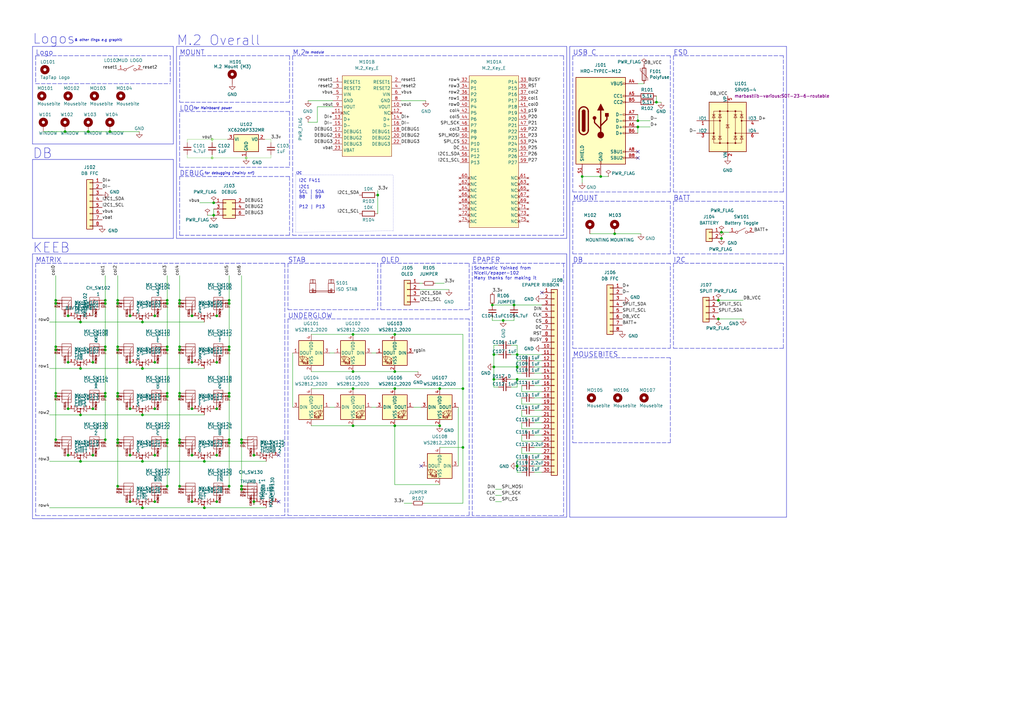
<source format=kicad_sch>
(kicad_sch (version 20211123) (generator eeschema)
  (paper "A3")
  (title_block (title "ISS: International Standard Split") (date "2022-03-25") (rev "1") (company "TapTap"))
  (junction (at 83.82 189.23))
  (junction (at 33.02 151.13))
  (junction (at 73.66 181.61))
  (junction (at 154.94 80.01))
  (junction (at 294.64 130.81))
  (junction (at 144.78 137.16))
  (junction (at 58.42 132.08))
  (junction (at 53.34 129.54))
  (junction (at 100.965 64.77) (diameter 0.9144) (color 141 210 114 1))
  (junction (at 48.26 142.24))
  (junction (at 104.14 205.74))
  (junction (at 161.925 152.4))
  (junction (at 63.5 129.54))
  (junction (at 33.02 170.18))
  (junction (at 201.93 125.095))
  (junction (at 68.58 162.56))
  (junction (at 93.98 181.61))
  (junction (at 48.26 199.39))
  (junction (at 212.09 191.135))
  (junction (at 68.58 161.29))
  (junction (at 73.66 124.46))
  (junction (at 63.5 205.74))
  (junction (at 58.42 189.23))
  (junction (at 73.66 162.56))
  (junction (at 45.085 53.975))
  (junction (at 93.98 143.51))
  (junction (at 33.02 132.08))
  (junction (at 48.26 181.61))
  (junction (at 93.98 161.29))
  (junction (at 294.64 123.19))
  (junction (at 202.565 150.495))
  (junction (at 33.02 189.23))
  (junction (at 87.63 88.265))
  (junction (at 38.1 148.59))
  (junction (at 88.9 148.59))
  (junction (at 93.98 123.19))
  (junction (at 189.865 183.515))
  (junction (at 93.98 180.34))
  (junction (at 86.995 57.15) (diameter 0.9144) (color 141 210 114 1))
  (junction (at 93.98 199.39))
  (junction (at 73.66 123.19))
  (junction (at 63.5 167.64))
  (junction (at 36.195 53.975))
  (junction (at 104.14 186.69))
  (junction (at 22.86 143.51))
  (junction (at 87.63 83.185))
  (junction (at 180.34 174.625))
  (junction (at 269.24 41.91))
  (junction (at 73.66 180.34))
  (junction (at 252.095 95.885))
  (junction (at 53.34 205.74))
  (junction (at 27.94 186.69))
  (junction (at 99.06 180.34))
  (junction (at 144.78 152.4))
  (junction (at 48.26 123.19))
  (junction (at 93.98 142.24))
  (junction (at 86.995 64.77) (diameter 0.9144) (color 141 210 114 1))
  (junction (at 22.86 123.19))
  (junction (at 48.26 161.29))
  (junction (at 27.94 167.64))
  (junction (at 22.86 180.34))
  (junction (at 83.82 208.28))
  (junction (at 43.18 142.24))
  (junction (at 68.58 142.24))
  (junction (at 58.42 208.28))
  (junction (at 68.58 199.39))
  (junction (at 88.9 205.74))
  (junction (at 180.34 159.385))
  (junction (at 210.82 125.095))
  (junction (at 161.925 174.625))
  (junction (at 189.865 159.385))
  (junction (at 295.91 95.25))
  (junction (at 202.565 155.575))
  (junction (at 78.74 167.64))
  (junction (at 63.5 148.59))
  (junction (at 48.26 143.51))
  (junction (at 73.66 143.51))
  (junction (at 63.5 186.69))
  (junction (at 144.78 174.625))
  (junction (at 48.26 124.46))
  (junction (at 73.66 161.29))
  (junction (at 53.34 148.59))
  (junction (at 38.1 167.64))
  (junction (at 99.06 199.39))
  (junction (at 206.375 131.445))
  (junction (at 212.09 150.495))
  (junction (at 144.78 159.385))
  (junction (at 88.9 129.54))
  (junction (at 246.38 72.39))
  (junction (at 68.58 180.34))
  (junction (at 78.74 148.59))
  (junction (at 295.91 97.79))
  (junction (at 68.58 181.61))
  (junction (at 43.18 143.51))
  (junction (at 48.26 162.56))
  (junction (at 73.66 199.39))
  (junction (at 27.94 129.54))
  (junction (at 38.1 186.69))
  (junction (at 22.86 124.46))
  (junction (at 73.66 142.24))
  (junction (at 27.94 148.59))
  (junction (at 78.74 205.74))
  (junction (at 78.74 186.69))
  (junction (at 161.925 159.385))
  (junction (at 212.09 155.575))
  (junction (at 261.62 52.07))
  (junction (at 78.74 129.54))
  (junction (at 53.34 167.64))
  (junction (at 22.86 161.29))
  (junction (at 22.86 162.56))
  (junction (at 99.06 181.61))
  (junction (at 238.76 72.39))
  (junction (at 68.58 123.19))
  (junction (at 43.18 180.34))
  (junction (at 93.98 162.56))
  (junction (at 43.18 124.46))
  (junction (at 58.42 170.18))
  (junction (at 261.62 49.53))
  (junction (at 212.09 145.415))
  (junction (at 58.42 151.13))
  (junction (at 93.98 124.46))
  (junction (at 48.26 180.34))
  (junction (at 99.06 200.66))
  (junction (at 43.18 123.19))
  (junction (at 202.565 145.415))
  (junction (at 68.58 124.46))
  (junction (at 88.9 167.64))
  (junction (at 88.9 186.69))
  (junction (at 43.18 161.29))
  (junction (at 161.925 137.16))
  (junction (at 68.58 143.51))
  (junction (at 26.67 53.975))
  (junction (at 53.34 186.69))
  (junction (at 22.86 142.24))
  (junction (at 43.18 162.56))
  (no_connect (at 172.72 191.135))
  (no_connect (at 222.25 120.015))
  (no_connect (at 114.3 205.74))
  (no_connect (at 114.3 186.69))
  (no_connect (at 261.62 64.77))
  (no_connect (at 261.62 62.23))
  (polyline (pts (xy 322.58 212.09) (xy 322.58 19.05)) (stroke (width 0) (type solid)))
  (polyline (pts (xy 274.955 142.875) (xy 274.955 107.95)))
  (polyline (pts (xy 234.95 78.74) (xy 274.955 78.74)))
  (polyline (pts (xy 73.66 22.86) (xy 73.66 41.91)))
  (polyline (pts (xy 274.955 146.685) (xy 234.95 146.685)))
  (polyline (pts (xy 321.31 142.875) (xy 321.31 107.95)))
  (wire (pts (xy 202.565 155.575) (xy 204.47 155.575)))
  (wire (pts (xy 222.25 150.495) (xy 219.075 150.495)))
  (wire (pts (xy 20.32 189.23) (xy 33.02 189.23)))
  (wire (pts (xy 144.78 159.385) (xy 161.925 159.385)))
  (wire (pts (xy 152.4 144.78) (xy 154.305 144.78)))
  (polyline (pts (xy 118.745 68.58) (xy 73.66 68.58)))
  (polyline (pts (xy 118.745 96.52) (xy 73.66 96.52)))
  (wire (pts (xy 88.9 185.42) (xy 88.9 186.69)))
  (wire (pts (xy 48.26 143.51) (xy 48.26 161.29)))
  (wire (pts (xy 86.995 64.77) (xy 100.965 64.77)) (stroke (width 0) (color 141 210 114 1)))
  (polyline (pts (xy 156.21 107.95) (xy 192.405 107.95)))
  (wire (pts (xy 271.145 41.91) (xy 269.24 41.91)))
  (wire (pts (xy 33.02 170.18) (xy 58.42 170.18)))
  (polyline (pts (xy 233.68 19.05) (xy 233.68 212.09)) (stroke (width 0) (type solid)))
  (wire (pts (xy 172.085 116.205) (xy 173.355 116.205)))
  (polyline (pts (xy 73.66 68.58) (xy 73.66 45.72)))
  (polyline (pts (xy 69.85 22.86) (xy 69.85 34.29)))
  (wire (pts (xy 73.66 180.34) (xy 73.66 181.61)))
  (wire (pts (xy 189.865 183.515) (xy 189.865 206.375)))
  (wire (pts (xy 86.995 57.15) (xy 93.345 57.15)) (stroke (width 0) (color 141 210 114 1)))
  (polyline (pts (xy 14.605 22.86) (xy 69.85 22.86)))
  (wire (pts (xy 43.18 113.03) (xy 43.18 123.19)))
  (wire (pts (xy 212.09 141.605) (xy 212.09 145.415)))
  (polyline (pts (xy 192.405 130.81) (xy 118.11 130.81)))
  (wire (pts (xy 304.8 123.19) (xy 294.64 123.19)))
  (wire (pts (xy 68.58 113.03) (xy 68.58 123.19)))
  (polyline (pts (xy 156.21 107.95) (xy 156.21 127)))
  (wire (pts (xy 104.14 185.42) (xy 104.14 186.69)))
  (wire (pts (xy 213.995 193.675) (xy 212.09 193.675)))
  (wire (pts (xy 261.62 34.29) (xy 264.16 34.29)))
  (wire (pts (xy 202.565 158.75) (xy 202.565 155.575)))
  (wire (pts (xy 45.085 53.975) (xy 57.15 53.975)))
  (wire (pts (xy 43.18 162.56) (xy 43.18 180.34)))
  (wire (pts (xy 210.82 131.445) (xy 210.82 130.175)))
  (wire (pts (xy 36.195 53.975) (xy 45.085 53.975)))
  (wire (pts (xy 209.55 158.75) (xy 212.09 158.75)))
  (polyline (pts (xy 156.21 127) (xy 192.405 127)))
  (wire (pts (xy 63.5 147.32) (xy 63.5 148.59)))
  (wire (pts (xy 93.98 162.56) (xy 93.98 180.34)))
  (wire (pts (xy 203.2 200.66) (xy 205.74 200.66)))
  (polyline (pts (xy 71.12 19.05) (xy 71.12 59.055)) (stroke (width 0) (type solid)))
  (wire (pts (xy 22.86 113.03) (xy 22.86 123.19)))
  (polyline (pts (xy 13.335 212.725) (xy 13.335 104.14)) (stroke (width 0) (type solid)))
  (polyline (pts (xy 193.675 211.455) (xy 193.675 108.585)))
  (wire (pts (xy 178.435 116.205) (xy 182.245 116.205)))
  (wire (pts (xy 38.1 147.32) (xy 38.1 148.59)))
  (polyline (pts (xy 72.39 19.05) (xy 232.41 19.05)) (stroke (width 0) (type solid)))
  (wire (pts (xy 212.09 193.675) (xy 212.09 191.135)))
  (polyline (pts (xy 72.39 19.05) (xy 72.39 97.79)) (stroke (width 0) (type solid)))
  (wire (pts (xy 154.94 78.105) (xy 154.94 80.01)))
  (wire (pts (xy 73.66 162.56) (xy 73.66 180.34)))
  (wire (pts (xy 68.58 162.56) (xy 68.58 180.34)))
  (wire (pts (xy 22.86 161.29) (xy 22.86 162.56)))
  (wire (pts (xy 219.075 153.035) (xy 222.25 153.035)))
  (wire (pts (xy 213.995 170.815) (xy 222.25 170.815)))
  (polyline (pts (xy 192.405 211.455) (xy 192.405 130.81)))
  (polyline (pts (xy 14.605 22.86) (xy 14.605 34.29)))
  (polyline (pts (xy 73.66 45.72) (xy 118.745 45.72)))
  (polyline (pts (xy 234.95 146.685) (xy 234.95 181.61)))
  (wire (pts (xy 99.06 180.34) (xy 99.06 181.61)))
  (wire (pts (xy 99.06 200.66) (xy 99.06 201.93)))
  (wire (pts (xy 58.42 189.23) (xy 83.82 189.23)))
  (wire (pts (xy 222.25 188.595) (xy 219.075 188.595)))
  (wire (pts (xy 222.25 191.135) (xy 219.075 191.135)))
  (polyline (pts (xy 274.955 82.55) (xy 234.95 82.55)))
  (wire (pts (xy 73.66 181.61) (xy 73.66 199.39)))
  (wire (pts (xy 109.22 208.28) (xy 83.82 208.28)))
  (wire (pts (xy 269.24 41.91) (xy 269.24 39.37)))
  (wire (pts (xy 213.995 150.495) (xy 212.09 150.495)))
  (wire (pts (xy 93.98 123.19) (xy 93.98 124.46)))
  (wire (pts (xy 38.1 128.27) (xy 38.1 129.54)))
  (wire (pts (xy 202.565 141.605) (xy 202.565 145.415)))
  (wire (pts (xy 213.995 186.055) (xy 222.25 186.055)))
  (polyline (pts (xy 121.285 95.25) (xy 161.29 94.615)) (stroke (width 0) (type dot)))
  (wire (pts (xy 261.62 46.99) (xy 261.62 49.53)))
  (wire (pts (xy 154.94 80.01) (xy 154.94 87.63)))
  (wire (pts (xy 53.34 147.32) (xy 53.34 148.59)))
  (polyline (pts (xy 14.605 34.29) (xy 69.85 34.29)))
  (wire (pts (xy 93.98 161.29) (xy 93.98 162.56)))
  (wire (pts (xy 238.76 74.93) (xy 238.76 72.39)))
  (wire (pts (xy 246.38 72.39) (xy 249.555 72.39)))
  (polyline (pts (xy 276.225 22.86) (xy 321.31 22.86)))
  (wire (pts (xy 63.5 128.27) (xy 63.5 129.54)))
  (wire (pts (xy 78.74 185.42) (xy 78.74 186.69)))
  (wire (pts (xy 33.02 132.08) (xy 20.32 132.08)))
  (polyline (pts (xy 276.225 78.74) (xy 321.31 78.74)))
  (polyline (pts (xy 73.66 72.39) (xy 118.745 72.39)))
  (polyline (pts (xy 121.285 71.755) (xy 161.29 71.755)) (stroke (width 0) (type dot)))
  (polyline (pts (xy 276.225 107.95) (xy 276.225 142.875)))
  (wire (pts (xy 135.255 144.78) (xy 137.16 144.78)))
  (wire (pts (xy 73.66 142.24) (xy 73.66 143.51)))
  (wire (pts (xy 127.635 159.385) (xy 144.78 159.385)))
  (wire (pts (xy 87.63 83.185) (xy 81.915 83.185)))
  (wire (pts (xy 212.09 145.415) (xy 222.25 145.415)))
  (polyline (pts (xy 231.14 211.455) (xy 193.675 211.455)))
  (wire (pts (xy 213.995 180.975) (xy 222.25 180.975)))
  (wire (pts (xy 161.925 137.16) (xy 189.865 137.16)))
  (wire (pts (xy 213.995 163.195) (xy 213.995 165.735)))
  (wire (pts (xy 212.09 155.575) (xy 209.55 155.575)))
  (wire (pts (xy 213.995 175.895) (xy 222.25 175.895)))
  (wire (pts (xy 22.86 143.51) (xy 22.86 161.29)))
  (wire (pts (xy 187.96 167.005) (xy 187.96 191.135)))
  (wire (pts (xy 222.25 163.195) (xy 219.075 163.195)))
  (wire (pts (xy 204.47 158.75) (xy 202.565 158.75)))
  (wire (pts (xy 53.34 128.27) (xy 53.34 129.54)))
  (wire (pts (xy 130.175 50.165) (xy 130.175 43.815)))
  (wire (pts (xy 111.125 58.42) (xy 111.125 57.15)) (stroke (width 0) (color 141 210 114 1)))
  (polyline (pts (xy 154.94 107.95) (xy 154.94 127)))
  (wire (pts (xy 212.09 188.595) (xy 213.995 188.595)))
  (wire (pts (xy 206.375 131.445) (xy 210.82 131.445)))
  (wire (pts (xy 33.02 132.08) (xy 58.42 132.08)))
  (wire (pts (xy 22.86 180.34) (xy 22.86 181.61)))
  (polyline (pts (xy 71.12 97.79) (xy 13.335 97.79)) (stroke (width 0) (type solid)))
  (wire (pts (xy 213.995 160.655) (xy 222.25 160.655)))
  (wire (pts (xy 68.58 124.46) (xy 68.58 142.24)))
  (polyline (pts (xy 120.015 22.86) (xy 120.015 96.52)))
  (wire (pts (xy 212.09 147.955) (xy 212.09 150.495)))
  (wire (pts (xy 33.02 170.18) (xy 20.32 170.18)))
  (wire (pts (xy 83.82 208.28) (xy 58.42 208.28)))
  (wire (pts (xy 53.34 166.37) (xy 53.34 167.64)))
  (wire (pts (xy 43.18 124.46) (xy 43.18 142.24)))
  (wire (pts (xy 222.25 158.115) (xy 219.075 158.115)))
  (wire (pts (xy 48.26 161.29) (xy 48.26 162.56)))
  (polyline (pts (xy 232.41 104.14) (xy 232.41 212.09)) (stroke (width 0) (type solid)))
  (wire (pts (xy 99.06 199.39) (xy 99.06 200.66)))
  (wire (pts (xy 68.58 181.61) (xy 68.58 199.39)))
  (wire (pts (xy 180.34 198.755) (xy 161.925 198.755)))
  (polyline (pts (xy 120.015 96.52) (xy 231.14 96.52)))
  (wire (pts (xy 189.865 159.385) (xy 189.865 183.515)))
  (wire (pts (xy 173.99 206.375) (xy 189.865 206.375)))
  (polyline (pts (xy 116.84 107.95) (xy 116.84 211.455)))
  (wire (pts (xy 48.26 123.19) (xy 48.26 124.46)))
  (wire (pts (xy 73.66 161.29) (xy 73.66 162.56)))
  (wire (pts (xy 88.9 128.27) (xy 88.9 129.54)))
  (wire (pts (xy 43.18 161.29) (xy 43.18 162.56)))
  (wire (pts (xy 201.93 130.175) (xy 201.93 131.445)))
  (wire (pts (xy 33.02 151.13) (xy 20.32 151.13)))
  (wire (pts (xy 48.26 162.56) (xy 48.26 180.34)))
  (polyline (pts (xy 13.335 97.79) (xy 13.335 65.405)) (stroke (width 0) (type solid)))
  (wire (pts (xy 100.965 64.77) (xy 111.125 64.77)) (stroke (width 0) (color 141 210 114 1)))
  (polyline (pts (xy 13.335 19.05) (xy 71.12 19.05)) (stroke (width 0) (type solid)))
  (wire (pts (xy 127.635 137.16) (xy 144.78 137.16)))
  (polyline (pts (xy 276.225 142.875) (xy 321.31 142.875)))
  (wire (pts (xy 144.78 137.16) (xy 161.925 137.16)))
  (polyline (pts (xy 118.745 45.72) (xy 118.745 68.58)))
  (wire (pts (xy 169.545 167.005) (xy 172.72 167.005)))
  (polyline (pts (xy 234.95 142.875) (xy 274.955 142.875)))
  (wire (pts (xy 93.98 113.03) (xy 93.98 123.19)))
  (wire (pts (xy 48.26 113.03) (xy 48.26 123.19)))
  (wire (pts (xy 33.02 151.13) (xy 58.42 151.13)))
  (wire (pts (xy 202.565 145.415) (xy 202.565 150.495)))
  (polyline (pts (xy 121.285 71.755) (xy 121.285 95.25)) (stroke (width 0) (type dot)))
  (wire (pts (xy 201.93 131.445) (xy 206.375 131.445)))
  (polyline (pts (xy 13.335 104.14) (xy 232.41 104.14)) (stroke (width 0) (type solid)))
  (wire (pts (xy 43.18 143.51) (xy 43.18 161.29)))
  (wire (pts (xy 85.09 88.265) (xy 87.63 88.265)))
  (wire (pts (xy 210.82 125.095) (xy 222.25 125.095)))
  (wire (pts (xy 241.935 95.885) (xy 252.095 95.885)))
  (wire (pts (xy 22.86 124.46) (xy 22.86 142.24)))
  (polyline (pts (xy 193.675 107.95) (xy 231.775 107.95)))
  (wire (pts (xy 201.93 125.095) (xy 210.82 125.095)))
  (polyline (pts (xy 73.66 41.91) (xy 118.745 41.91)))
  (wire (pts (xy 168.91 206.375) (xy 165.735 206.375)))
  (polyline (pts (xy 118.11 211.455) (xy 192.405 211.455)))
  (wire (pts (xy 76.835 57.15) (xy 86.995 57.15)) (stroke (width 0) (color 141 210 114 1)))
  (wire (pts (xy 204.47 145.415) (xy 202.565 145.415)))
  (wire (pts (xy 58.42 208.28) (xy 20.32 208.28)))
  (wire (pts (xy 212.09 150.495) (xy 212.09 153.035)))
  (wire (pts (xy 48.26 181.61) (xy 48.26 199.39)))
  (wire (pts (xy 212.09 158.75) (xy 212.09 155.575)))
  (wire (pts (xy 222.25 168.275) (xy 219.075 168.275)))
  (wire (pts (xy 213.995 147.955) (xy 212.09 147.955)))
  (wire (pts (xy 48.26 199.39) (xy 48.26 200.66)))
  (wire (pts (xy 222.25 155.575) (xy 212.09 155.575)))
  (wire (pts (xy 17.78 53.975) (xy 26.67 53.975)))
  (wire (pts (xy 172.085 118.745) (xy 184.15 118.745)))
  (polyline (pts (xy 234.95 104.14) (xy 274.955 104.14)))
  (wire (pts (xy 78.74 204.47) (xy 78.74 205.74)))
  (wire (pts (xy 108.585 57.15) (xy 111.125 57.15)) (stroke (width 0) (color 141 210 114 1)))
  (polyline (pts (xy 274.955 78.74) (xy 274.955 22.86)))
  (polyline (pts (xy 276.225 82.55) (xy 276.225 104.14)))
  (wire (pts (xy 212.09 191.135) (xy 212.09 188.595)))
  (wire (pts (xy 48.26 124.46) (xy 48.26 142.24)))
  (wire (pts (xy 161.925 152.4) (xy 171.45 152.4)))
  (polyline (pts (xy 231.14 22.86) (xy 120.015 22.86)))
  (wire (pts (xy 222.25 178.435) (xy 219.075 178.435)))
  (wire (pts (xy 86.995 58.42) (xy 86.995 57.15)) (stroke (width 0) (color 141 210 114 1)))
  (wire (pts (xy 76.835 58.42) (xy 76.835 57.15)) (stroke (width 0) (color 141 210 114 1)))
  (wire (pts (xy 202.565 150.495) (xy 202.565 155.575)))
  (wire (pts (xy 78.74 147.32) (xy 78.74 148.59)))
  (wire (pts (xy 73.66 123.19) (xy 73.66 124.46)))
  (wire (pts (xy 213.995 178.435) (xy 213.995 180.975)))
  (wire (pts (xy 252.095 95.885) (xy 262.89 95.885)))
  (wire (pts (xy 93.98 124.46) (xy 93.98 142.24)))
  (polyline (pts (xy 192.405 107.95) (xy 192.405 127)))
  (wire (pts (xy 93.98 181.61) (xy 93.98 199.39)))
  (wire (pts (xy 204.47 141.605) (xy 202.565 141.605)))
  (wire (pts (xy 26.67 53.975) (xy 36.195 53.975)))
  (wire (pts (xy 73.66 143.51) (xy 73.66 161.29)))
  (wire (pts (xy 209.55 141.605) (xy 212.09 141.605)))
  (polyline (pts (xy 118.11 127) (xy 154.94 127)))
  (wire (pts (xy 261.62 52.07) (xy 261.62 54.61)))
  (wire (pts (xy 76.835 64.77) (xy 86.995 64.77)) (stroke (width 0) (color 141 210 114 1)))
  (wire (pts (xy 213.995 173.355) (xy 213.995 175.895)))
  (wire (pts (xy 127.635 152.4) (xy 144.78 152.4)))
  (wire (pts (xy 87.63 85.725) (xy 87.63 88.265)))
  (wire (pts (xy 203.2 205.74) (xy 205.74 205.74)))
  (wire (pts (xy 88.9 166.37) (xy 88.9 167.64)))
  (wire (pts (xy 130.175 43.815) (xy 136.525 43.815)))
  (polyline (pts (xy 71.12 59.055) (xy 13.335 59.055)) (stroke (width 0) (type solid)))
  (wire (pts (xy 295.91 95.25) (xy 299.085 95.25)))
  (wire (pts (xy 48.26 142.24) (xy 48.26 143.51)))
  (wire (pts (xy 43.18 180.34) (xy 43.18 181.61)))
  (wire (pts (xy 73.66 124.46) (xy 73.66 142.24)))
  (polyline (pts (xy 118.11 130.81) (xy 118.11 211.455)))
  (polyline (pts (xy 13.335 59.055) (xy 13.335 19.05)) (stroke (width 0) (type solid)))
  (wire (pts (xy 93.98 180.34) (xy 93.98 181.61)))
  (wire (pts (xy 68.58 161.29) (xy 68.58 162.56)))
  (polyline (pts (xy 234.95 22.86) (xy 234.95 78.74)))
  (wire (pts (xy 58.42 170.18) (xy 83.82 170.18)))
  (wire (pts (xy 88.9 147.32) (xy 88.9 148.59)))
  (wire (pts (xy 27.94 128.27) (xy 27.94 129.54)))
  (polyline (pts (xy 233.68 19.05) (xy 322.58 19.05)) (stroke (width 0) (type solid)))
  (wire (pts (xy 93.98 199.39) (xy 93.98 200.66)))
  (wire (pts (xy 68.58 123.19) (xy 68.58 124.46)))
  (wire (pts (xy 27.94 166.37) (xy 27.94 167.64)))
  (wire (pts (xy 63.5 204.47) (xy 63.5 205.74)))
  (polyline (pts (xy 118.745 72.39) (xy 118.745 96.52)))
  (wire (pts (xy 161.925 174.625) (xy 180.34 174.625)))
  (wire (pts (xy 63.5 185.42) (xy 63.5 186.69)))
  (polyline (pts (xy 274.955 107.95) (xy 234.95 107.95)))
  (wire (pts (xy 27.94 147.32) (xy 27.94 148.59)))
  (wire (pts (xy 152.4 167.005) (xy 154.305 167.005)))
  (wire (pts (xy 68.58 199.39) (xy 68.58 200.66)))
  (wire (pts (xy 68.58 180.34) (xy 68.58 181.61)))
  (wire (pts (xy 213.995 168.275) (xy 213.995 170.815)))
  (polyline (pts (xy 72.39 97.79) (xy 232.41 97.79)) (stroke (width 0) (type solid)))
  (wire (pts (xy 222.25 147.955) (xy 219.075 147.955)))
  (wire (pts (xy 53.34 185.42) (xy 53.34 186.69)))
  (wire (pts (xy 212.09 150.495) (xy 202.565 150.495)))
  (wire (pts (xy 93.98 143.51) (xy 93.98 161.29)))
  (wire (pts (xy 180.34 183.515) (xy 189.865 183.515)))
  (wire (pts (xy 43.18 142.24) (xy 43.18 143.51)))
  (wire (pts (xy 83.82 189.23) (xy 109.22 189.23)))
  (wire (pts (xy 68.58 143.51) (xy 68.58 161.29)))
  (wire (pts (xy 22.86 162.56) (xy 22.86 180.34)))
  (wire (pts (xy 88.9 204.47) (xy 88.9 205.74)))
  (wire (pts (xy 99.06 181.61) (xy 99.06 199.39)))
  (wire (pts (xy 73.66 113.03) (xy 73.66 123.19)))
  (wire (pts (xy 38.1 185.42) (xy 38.1 186.69)))
  (wire (pts (xy 22.86 142.24) (xy 22.86 143.51)))
  (polyline (pts (xy 71.12 65.405) (xy 71.12 97.79)) (stroke (width 0) (type solid)))
  (polyline (pts (xy 276.225 107.95) (xy 321.31 107.95)))
  (wire (pts (xy 78.74 128.27) (xy 78.74 129.54)))
  (wire (pts (xy 126.365 50.165) (xy 130.175 50.165)))
  (wire (pts (xy 144.78 152.4) (xy 161.925 152.4)))
  (wire (pts (xy 164.465 41.275) (xy 174.625 41.275)))
  (wire (pts (xy 126.365 41.275) (xy 136.525 41.275)))
  (wire (pts (xy 127.635 174.625) (xy 144.78 174.625)))
  (wire (pts (xy 261.62 49.53) (xy 266.7 49.53)))
  (wire (pts (xy 209.55 145.415) (xy 212.09 145.415)))
  (polyline (pts (xy 118.745 22.86) (xy 118.745 41.91)))
  (wire (pts (xy 104.14 204.47) (xy 104.14 205.74)))
  (wire (pts (xy 78.74 166.37) (xy 78.74 167.64)))
  (wire (pts (xy 99.06 113.03) (xy 99.06 180.34)))
  (wire (pts (xy 135.255 167.005) (xy 137.16 167.005)))
  (wire (pts (xy 238.76 72.39) (xy 246.38 72.39)))
  (polyline (pts (xy 232.41 212.09) (xy 13.335 212.725)) (stroke (width 0) (type solid)))
  (wire (pts (xy 212.09 153.035) (xy 213.995 153.035)))
  (polyline (pts (xy 14.605 107.95) (xy 14.605 211.455)))
  (wire (pts (xy 86.995 63.5) (xy 86.995 64.77)) (stroke (width 0) (color 141 210 114 1)))
  (polyline (pts (xy 274.955 22.86) (xy 234.95 22.86)))
  (polyline (pts (xy 118.11 107.95) (xy 154.94 107.95)))
  (wire (pts (xy 222.25 183.515) (xy 219.075 183.515)))
  (polyline (pts (xy 13.335 65.405) (xy 71.12 65.405)) (stroke (width 0) (type solid)))
  (wire (pts (xy 76.835 63.5) (xy 76.835 64.77)) (stroke (width 0) (color 141 210 114 1)))
  (polyline (pts (xy 118.11 107.95) (xy 118.11 127)))
  (wire (pts (xy 144.78 174.625) (xy 161.925 174.625)))
  (wire (pts (xy 22.86 123.19) (xy 22.86 124.46)))
  (wire (pts (xy 213.995 165.735) (xy 222.25 165.735)))
  (polyline (pts (xy 233.68 212.09) (xy 322.58 212.09)) (stroke (width 0) (type solid)))
  (wire (pts (xy 48.26 180.34) (xy 48.26 181.61)))
  (wire (pts (xy 43.18 123.19) (xy 43.18 124.46)))
  (wire (pts (xy 180.34 159.385) (xy 189.865 159.385)))
  (polyline (pts (xy 234.95 181.61) (xy 274.955 181.61)))
  (polyline (pts (xy 234.95 82.55) (xy 234.95 104.14)))
  (polyline (pts (xy 276.225 82.55) (xy 321.31 82.55)))
  (polyline (pts (xy 73.66 96.52) (xy 73.66 72.39)))
  (wire (pts (xy 27.94 185.42) (xy 27.94 186.69)))
  (polyline (pts (xy 231.14 107.95) (xy 231.14 211.455)))
  (wire (pts (xy 73.66 199.39) (xy 73.66 200.66)))
  (polyline (pts (xy 232.41 19.05) (xy 232.41 97.79)) (stroke (width 0) (type solid)))
  (wire (pts (xy 213.995 183.515) (xy 213.995 186.055)))
  (wire (pts (xy 111.125 63.5) (xy 111.125 64.77)) (stroke (width 0) (color 141 210 114 1)))
  (wire (pts (xy 53.34 204.47) (xy 53.34 205.74)))
  (wire (pts (xy 104.14 205.74) (xy 104.14 207.01)))
  (polyline (pts (xy 161.29 94.615) (xy 161.29 71.755)) (stroke (width 0) (type dot)))
  (wire (pts (xy 261.62 52.07) (xy 266.7 52.07)))
  (wire (pts (xy 304.8 130.81) (xy 294.64 130.81)))
  (polyline (pts (xy 118.745 22.86) (xy 73.66 22.86)))
  (wire (pts (xy 93.98 142.24) (xy 93.98 143.51)))
  (wire (pts (xy 222.25 173.355) (xy 219.075 173.355)))
  (wire (pts (xy 58.42 132.08) (xy 83.82 132.08)))
  (wire (pts (xy 38.1 166.37) (xy 38.1 167.64)))
  (wire (pts (xy 189.865 159.385) (xy 189.865 137.16)))
  (polyline (pts (xy 234.95 107.95) (xy 234.95 142.875)))
  (polyline (pts (xy 14.605 107.95) (xy 116.84 107.95)))
  (wire (pts (xy 161.925 159.385) (xy 180.34 159.385)))
  (polyline (pts (xy 231.14 22.86) (xy 231.14 96.52)))
  (wire (pts (xy 213.995 191.135) (xy 212.09 191.135)))
  (polyline (pts (xy 321.31 104.14) (xy 321.31 82.55)))
  (wire (pts (xy 213.995 158.115) (xy 213.995 160.655)))
  (wire (pts (xy 161.925 174.625) (xy 161.925 198.755)))
  (polyline (pts (xy 276.225 104.14) (xy 321.31 104.14)))
  (polyline (pts (xy 276.225 22.86) (xy 276.225 78.74)))
  (wire (pts (xy 222.25 193.675) (xy 219.075 193.675)))
  (wire (pts (xy 68.58 142.24) (xy 68.58 143.51)))
  (polyline (pts (xy 274.955 181.61) (xy 274.955 146.685)))
  (wire (pts (xy 58.42 151.13) (xy 83.82 151.13)))
  (polyline (pts (xy 274.955 104.14) (xy 274.955 82.55)))
  (polyline (pts (xy 14.605 211.455) (xy 116.84 211.455)))
  (wire (pts (xy 120.015 144.78) (xy 120.015 167.005)))
  (wire (pts (xy 33.02 189.23) (xy 58.42 189.23)))
  (polyline (pts (xy 321.31 78.74) (xy 321.31 22.86)))
  (wire (pts (xy 203.2 203.2) (xy 205.74 203.2)))
  (wire (pts (xy 63.5 166.37) (xy 63.5 167.64)))
  (text "Logos\n" (at 13.335 18.415 0) (effects (font (size 4 4)) (justify left bottom)))
  (text "KEEB" (at 13.335 104.14 0) (effects (font (size 4 4)) (justify left bottom)))
  (text "M.2 Overall" (at 72.39 19.05 0) (effects (font (size 4 4)) (justify left bottom)))
  (text "I2C F411" (at 122.555 74.93 0) (effects (font (size 1.27 1.27)) (justify left bottom)))
  (text "for Mainboard power" (at 79.375 45.085 0) (effects (font (size 1 1) italic) (justify left bottom)))
  (text "& other tings e.g graphic" (at 30.48 17.145 0) (effects (font (size 1 1) italic) (justify left bottom)))
  (text "ESD" (at 276.225 22.86 0) (effects (font (size 2 2)) (justify left bottom)))
  (text "USB C" (at 234.95 22.86 0) (effects (font (size 2 2)) (justify left bottom)))
  (text "MATRIX" (at 14.605 107.95 0) (effects (font (size 2 2)) (justify left bottom)))
  (text "for debugging (mainly nrf)" (at 83.82 71.755 0) (effects (font (size 1 1) italic) (justify left bottom)))
  (text "OLED" (at 156.21 107.95 0) (effects (font (size 2 2)) (justify left bottom)))
  (text "M.2" (at 120.015 22.86 0) (effects (font (size 2 2)) (justify left bottom)))
  (text "I2C" (at 121.285 71.755 0) (effects (font (size 1 1)) (justify left bottom)))
  (text "I2C1\nSCL | SDA\nB8  | B9\n\nP12 | P13" (at 122.555 85.725 0) (effects (font (size 1.27 1.27)) (justify left bottom)))
  (text "DB" (at 234.95 107.95 0) (effects (font (size 2 2)) (justify left bottom)))
  (text "I2C" (at 276.225 107.95 0) (effects (font (size 2 2)) (justify left bottom)))
  (text "MOUNT" (at 234.95 82.55 0) (effects (font (size 2 2)) (justify left bottom)))
  (text "DEBUG" (at 73.66 72.39 0) (effects (font (size 2 2)) (justify left bottom)))
  (text "STAB" (at 118.11 107.95 0) (effects (font (size 2 2)) (justify left bottom)))
  (text "MOUNT" (at 73.66 22.86 0) (effects (font (size 2 2)) (justify left bottom)))
  (text "LDO" (at 73.66 45.72 0) (effects (font (size 2 2)) (justify left bottom)))
  (text "to module" (at 125.095 22.225 0) (effects (font (size 1 1) italic) (justify left bottom)))
  (text "Logo" (at 14.605 22.86 0) (effects (font (size 2 2)) (justify left bottom)))
  (text "BATT" (at 276.225 82.55 0) (effects (font (size 2 2)) (justify left bottom)))
  (text "Schematic Yoinked from\nNicell/epaper-102\nMany thanks for making it" (at 194.31 114.935 0) (effects (font (size 1.27 1.27)) (justify left bottom)))
  (text "DB" (at 13.335 65.405 0) (effects (font (size 4 4)) (justify left bottom)))
  (text "UNDERGLOW" (at 118.11 130.81 0) (effects (font (size 2 2)) (justify left bottom)))
  (text "EPAPER" (at 193.675 107.95 0) (effects (font (size 2 2)) (justify left bottom)))
  (text "MOUSEBITES" (at 234.95 146.685 0) (effects (font (size 2 2)) (justify left bottom)))
  (label "vbat" (at 136.525 61.595 180))
  (label "DEBUG1" (at 100.33 83.185 0))
  (label "row2" (at 20.32 170.18 180))
  (label "DB_VCC" (at 264.16 26.67 0))
  (label "col2" (at 216.535 38.735 0))
  (label "col5" (at 188.595 48.895 180))
  (label "vout" (at 86.995 57.15 180))
  (label "3.3v" (at 182.245 116.205 0))
  (label "P26" (at 216.535 64.135 0))
  (label "DEBUG1" (at 136.525 53.975 180))
  (label "D-" (at 285.75 54.61 180))
  (label "DB_VCC" (at 255.27 130.81 0))
  (label "3.3v" (at 201.93 120.015 0))
  (label "row2" (at 188.595 38.735 180))
  (label "CS" (at 203.2 205.74 180))
  (label "DEBUG3" (at 164.465 59.055 0))
  (label "SPLIT_SCL" (at 294.64 125.73 0))
  (label "DIN" (at 222.25 127.635 180))
  (label "col3" (at 68.58 113.03 90))
  (label "RST" (at 222.25 137.795 180))
  (label "row1" (at 188.595 41.275 180))
  (label "3.3v" (at 165.735 206.375 180))
  (label "CLK" (at 203.2 203.2 180))
  (label "row3" (at 188.595 36.195 180))
  (label "DI+" (at 136.525 48.895 180))
  (label "reset2" (at 164.465 36.195 0))
  (label "row4" (at 20.32 208.28 180))
  (label "DI+" (at 41.91 74.93 0))
  (label "SPI_CS" (at 188.595 59.055 180))
  (label "col3" (at 188.595 53.975 180))
  (label "col6" (at 99.06 113.03 90))
  (label "SPLIT_SDA" (at 255.27 125.73 0))
  (label "SPI_MOSI" (at 205.74 200.66 0))
  (label "DEBUG3" (at 100.33 88.265 0))
  (label "row0" (at 20.32 132.08 180))
  (label "BATT+" (at 255.27 133.35 0))
  (label "col2" (at 48.26 113.03 90))
  (label "DEBUG2" (at 100.33 85.725 0))
  (label "CS" (at 222.25 132.715 180))
  (label "I2C1_SDA" (at 172.085 121.285 0))
  (label "3.3v" (at 111.125 57.15 0))
  (label "BUSY" (at 222.25 140.335 180))
  (label "col0" (at 216.535 43.815 0))
  (label "P27" (at 216.535 66.675 0))
  (label "DI-" (at 136.525 51.435 180))
  (label "I2C1_SCL" (at 188.595 66.675 180))
  (label "reset1" (at 48.26 28.575 180))
  (label "BATT+" (at 309.245 95.25 0))
  (label "SPI_SCK" (at 188.595 51.435 180))
  (label "P20" (at 216.535 48.895 0))
  (label "I2C1_SCL" (at 41.91 85.09 0))
  (label "vbat" (at 41.91 90.17 0))
  (label "DEBUG3" (at 136.525 59.055 180))
  (label "SPI_CS" (at 205.74 205.74 0))
  (label "row1" (at 20.32 151.13 180))
  (label "col5" (at 93.98 113.03 90))
  (label "DEBUG2" (at 164.465 56.515 0))
  (label "I2C1_SCL" (at 172.085 123.825 0))
  (label "vbus" (at 81.915 83.185 180))
  (label "D-" (at 266.7 49.53 0))
  (label "P21" (at 216.535 51.435 0))
  (label "RST" (at 216.535 36.195 0))
  (label "reset2" (at 58.42 28.575 0))
  (label "DI-" (at 164.465 51.435 0))
  (label "CLK" (at 222.25 130.175 180))
  (label "D+" (at 255.27 118.11 0))
  (label "vbus" (at 164.465 38.735 0))
  (label "col4" (at 188.595 46.355 180))
  (label "reset1" (at 136.525 33.655 180))
  (label "P24" (at 216.535 59.055 0))
  (label "P22" (at 216.535 53.975 0))
  (label "row3" (at 20.32 189.23 180))
  (label "SPLIT_SDA" (at 294.64 128.27 0))
  (label "DC" (at 222.25 135.255 180))
  (label "DI+" (at 164.465 48.895 0))
  (label "DIN" (at 203.2 200.66 180))
  (label "DC" (at 188.595 61.595 180))
  (label "D+" (at 266.7 52.07 0))
  (label "col4" (at 73.66 113.03 90))
  (label "col1" (at 43.18 113.03 90))
  (label "SPI_SCK" (at 205.74 203.2 0))
  (label "I2C1_SCL" (at 147.32 87.63 180))
  (label "row0" (at 188.595 43.815 180))
  (label "P25" (at 216.535 61.595 0))
  (label "vout" (at 164.465 43.815 0))
  (label "vout" (at 136.525 43.815 180))
  (label "reset1" (at 164.465 33.655 0))
  (label "col0" (at 22.86 113.03 90))
  (label "DI-" (at 41.91 77.47 0))
  (label "SPLIT_SCL" (at 255.27 128.27 0))
  (label "I2C1_SDA" (at 41.91 82.55 0))
  (label "DEBUG1" (at 164.465 53.975 0))
  (label "D-" (at 255.27 120.65 0))
  (label "DB_VCC" (at 304.8 123.19 0))
  (label "rgbin" (at 169.545 144.78 0))
  (label "reset2" (at 136.525 36.195 180))
  (label "DB_VCC" (at 298.45 39.37 180))
  (label "SPI_MOSI" (at 188.595 56.515 180))
  (label "row4" (at 188.595 33.655 180))
  (label "p19" (at 216.535 46.355 0))
  (label "col1" (at 216.535 41.275 0))
  (label "I2C1_SDA" (at 188.595 64.135 180))
  (label "vbus" (at 136.525 38.735 180))
  (label "BUSY" (at 216.535 33.655 0))
  (label "I2C1_SDA" (at 147.32 80.01 180))
  (label "P23" (at 216.535 56.515 0))
  (label "D+" (at 311.15 49.53 0))
  (label "vbus" (at 41.91 87.63 0))
  (label "DEBUG2" (at 136.525 56.515 180))
  (label "3.3v" (at 154.94 78.105 0))
  (symbol (lib_id "Mechanical:MountingHole_Pad") (at 36.195 51.435 0) (unit 1)
    (property "Reference" "W103" (at 34.29 46.99 0) (effects (justify left)))
    (property "Value" "WINDOW" (at 34.29 54.61 0) (effects (justify left)))
    (property "Footprint" "MountingHole:MountingHole_2.2mm_M2_Pad" (effects hide))
  )
  (symbol (lib_id "Device:R") (at 265.43 39.37 270) (unit 1)
    (property "Reference" "R101" (at 265.43 36.83 90))
    (property "Value" "5.1k" (at 265.43 39.37 90))
    (property "Footprint" "Resistor_SMD:R_0402_1005Metric" (effects hide))
  )
  (symbol (lib_id "MX_Alps_Hybrid:MX-NoLED") (at 52.07 162.56 270) (unit 1)
    (property "Reference" "MX_SW115" (at 55.88 162.1755 90) (effects (justify left)))
    (property "Value" "S" (at 55.88 164.7155 90) (effects (justify left)))
    (property "Footprint" "marbastlib-mx:SW_MX_HS_1u" (effects hide))
  )
  (symbol (lib_id "MX_Alps_Hybrid:MX-NoLED") (at 26.67 162.56 270) (unit 1)
    (property "Reference" "MX_SW113" (at 30.48 162.1755 90) (effects (justify left)))
    (property "Value" "CAPS" (at 30.48 164.7155 90) (effects (justify left)))
    (property "Footprint" "marbastlib-mx:SW_MX_HS_1u" (effects hide))
  )
  (symbol (lib_id "Device:C_Small") (at 86.995 60.96 0) (unit 1)
    (property "Reference" "C102" (at 89.3318 59.7916 0) (effects (justify left)))
    (property "Value" "1uF" (at 89.3318 62.103 0) (effects (justify left)))
    (property "Footprint" "Capacitor_SMD:C_0402_1005Metric" (effects hide))
    (property "LCSC" "C52923" (effects hide))
  )
  (symbol (lib_id "marbastlib-various:WS2812_2020") (at 144.78 167.005 0) (unit 1)
    (property "Reference" "UG105" (at 144.78 154.94 0))
    (property "Value" "WS2812_2020" (at 144.78 157.48 0))
    (property "Footprint" "marbastlib-various:LED_WS2812_2020" (effects hide))
    (property "Datasheet" "https://www.world-semi.com/DownLoadFile/139" (effects hide))
  )
  (symbol (lib_id "Mechanical:MountingHole") (at 18.415 28.575 0) (unit 1)
    (property "Reference" "LO101" (at 16.51 25.4 0) (effects (justify left)))
    (property "Value" "TapTap Logo" (at 16.51 31.75 0) (effects (justify left)))
    (property "Footprint" "LogoSmall:tt_4mm" (effects hide))
  )
  (symbol (lib_id "marbastlib-mx:MX_stab") (at 132.08 117.475 0) (unit 1)
    (property "Reference" "S101" (at 137.795 116.0779 0) (effects (justify left)))
    (property "Value" "ISO STAB" (at 137.795 118.6179 0) (effects (justify left)))
    (property "Footprint" "Connector-pat-various:STAB_MX_ISONT" (effects hide))
  )
  (symbol (lib_id "marbastlib-various:WS2812_2020") (at 180.34 191.135 0) (mirror y) (unit 1)
    (property "Reference" "UG108" (at 180.34 179.07 0))
    (property "Value" "WS2812_2020" (at 180.34 181.61 0))
    (property "Footprint" "marbastlib-various:LED_WS2812_2020" (effects hide))
    (property "Datasheet" "https://www.world-semi.com/DownLoadFile/139" (effects hide))
  )
  (symbol (lib_id "Device:Polyfuse") (at 264.16 30.48 0) (unit 1)
    (property "Reference" "F101" (at 266.3952 29.3116 0) (effects (justify left)))
    (property "Value" "Polyfuse" (at 266.3952 31.623 0) (effects (justify left)))
    (property "Footprint" "Resistor_SMD:R_0805_2012Metric" (effects hide))
  )
  (symbol (lib_id "MX_Alps_Hybrid:MX-NoLED") (at 77.47 143.51 270) (unit 1)
    (property "Reference" "MX_SW111" (at 81.28 143.1255 90) (effects (justify left)))
    (property "Value" "R" (at 81.28 145.6655 90) (effects (justify left)))
    (property "Footprint" "marbastlib-mx:SW_MX_HS_1u" (effects hide))
  )
  (symbol (lib_id "Switch:SW_SPST") (at 304.165 95.25 0) (unit 1)
    (property "Reference" "SW101" (at 304.165 88.9 0))
    (property "Value" "Battery Toggle" (at 304.165 91.44 0))
    (property "Footprint" "marbastlib-various:SW_MSK12C02-HB" (effects hide))
  )
  (symbol (lib_id "Device:C_Small") (at 207.01 145.415 90) (unit 1)
    (property "Reference" "C107" (at 204.47 144.145 90))
    (property "Value" "1uF" (at 210.185 144.145 90))
    (property "Footprint" "Capacitor_SMD:C_0402_1005Metric" (effects hide))
    (property "LCSC" "C52923" (effects hide))
  )
  (symbol (lib_id "power:GND") (at 262.89 95.885 0) (unit 1)
    (property "Reference" "#PWR0116" (effects hide))
    (property "Value" "GND" (at 266.7 97.79 0))
  )
  (symbol (lib_id "Device:C_Small") (at 216.535 188.595 90) (unit 1)
    (property "Reference" "C118" (at 213.995 187.325 90))
    (property "Value" "1uF" (at 219.71 187.325 90))
    (property "Footprint" "Capacitor_SMD:C_0402_1005Metric" (effects hide))
    (property "LCSC" "C52923" (effects hide))
  )
  (symbol (lib_id "marbastlib-various:BAV70_Small") (at 58.42 186.69 0) (mirror y) (unit 1)
    (property "Reference" "D111" (at 58.42 181.61 0))
    (property "Value" "~" (at 58.42 183.515 0))
    (property "Footprint" "Package_TO_SOT_SMD:SOT-23" (effects hide))
    (property "Datasheet" "https://assets.nexperia.com/documents/data-sheet/BAV70_SER.pdf" (effects hide))
  )
  (symbol (lib_id "MX_Alps_Hybrid:MX-NoLED") (at 39.37 162.56 0) (unit 1)
    (property "Reference" "MX_SW114" (at 39.37 154.94 0))
    (property "Value" "A" (at 39.37 157.48 0))
    (property "Footprint" "marbastlib-mx:SW_MX_HS_1u" (effects hide))
  )
  (symbol (lib_id "Mechanical:MountingHole") (at 38.735 39.37 0) (unit 1)
    (property "Reference" "MO103" (at 36.83 36.195 0) (effects (justify left)))
    (property "Value" "Mousebite" (at 36.83 42.545 0) (effects (justify left)))
    (property "Footprint" "marbastlib-various:mousebites_2mm" (effects hide))
  )
  (symbol (lib_id "marbastlib-various:WS2812_2020") (at 144.78 144.78 0) (mirror y) (unit 1)
    (property "Reference" "UG102" (at 144.78 132.715 0))
    (property "Value" "WS2812_2020" (at 144.78 135.255 0))
    (property "Footprint" "marbastlib-various:LED_WS2812_2020" (effects hide))
    (property "Datasheet" "https://www.world-semi.com/DownLoadFile/139" (effects hide))
  )
  (symbol (lib_id "Connector_Generic:Conn_01x08") (at 250.19 125.73 0) (mirror y) (unit 1)
    (property "Reference" "J106" (at 250.19 111.76 0))
    (property "Value" "DB FFC" (at 250.19 114.3 0))
    (property "Footprint" "Connector-pat-various:100519220810EHLF" (effects hide))
  )
  (symbol (lib_id "marbastlib-various:BAV70_Small") (at 58.42 129.54 0) (mirror y) (unit 1)
    (property "Reference" "D102" (at 58.42 124.46 0))
    (property "Value" "~" (at 58.42 126.365 0))
    (property "Footprint" "Package_TO_SOT_SMD:SOT-23" (effects hide))
    (property "Datasheet" "https://assets.nexperia.com/documents/data-sheet/BAV70_SER.pdf" (effects hide))
  )
  (symbol (lib_id "MX_Alps_Hybrid:MX-NoLED") (at 64.77 181.61 0) (unit 1)
    (property "Reference" "MX_SW122" (at 64.77 173.99 0))
    (property "Value" "C" (at 64.77 176.53 0))
    (property "Footprint" "marbastlib-mx:SW_MX_HS_1u" (effects hide))
  )
  (symbol (lib_id "MX_Alps_Hybrid:MX-NoLED") (at 90.17 144.78 0) (unit 1)
    (property "Reference" "CH_SW112" (at 90.17 137.16 0))
    (property "Value" "T" (at 90.17 139.7 0))
    (property "Footprint" "marbastlib-choc:SW_choc_HS_1u" (effects hide))
  )
  (symbol (lib_id "MX_Alps_Hybrid:MX-NoLED") (at 26.67 182.88 270) (unit 1)
    (property "Reference" "CH_SW119" (at 30.48 182.4955 90) (effects (justify left)))
    (property "Value" "SHIFT" (at 30.48 185.0355 90) (effects (justify left)))
    (property "Footprint" "marbastlib-choc:SW_choc_HS_1u" (effects hide))
  )
  (symbol (lib_id "Mechanical:MountingHole") (at 17.145 39.37 0) (unit 1)
    (property "Reference" "MO101" (at 15.24 36.195 0) (effects (justify left)))
    (property "Value" "Mousebite" (at 15.24 42.545 0) (effects (justify left)))
    (property "Footprint" "marbastlib-various:mousebites_2mm" (effects hide))
  )
  (symbol (lib_id "MX_Alps_Hybrid:MX-NoLED") (at 39.37 144.78 0) (unit 1)
    (property "Reference" "CH_SW108" (at 39.37 137.16 0))
    (property "Value" "Q" (at 39.37 139.7 0))
    (property "Footprint" "marbastlib-choc:SW_choc_HS_1u" (effects hide))
  )
  (symbol (lib_id "power:PWR_FLAG") (at 85.09 88.265 0) (mirror y) (unit 1)
    (property "Reference" "#FLG0116" (effects hide))
    (property "Value" "PWR_FLAG" (at 85.725 90.17 0) (effects (justify left)))
  )
  (symbol (lib_id "MX_Alps_Hybrid:MX-NoLED") (at 90.17 182.88 0) (unit 1)
    (property "Reference" "CH_SW124" (at 90.17 175.26 0))
    (property "Value" "B" (at 90.17 177.8 0))
    (property "Footprint" "marbastlib-choc:SW_choc_HS_1u" (effects hide))
  )
  (symbol (lib_id "marbastlib-various:BAV70_Small") (at 83.82 186.69 0) (mirror y) (unit 1)
    (property "Reference" "D112" (at 83.82 181.61 0))
    (property "Value" "~" (at 83.82 183.515 0))
    (property "Footprint" "Package_TO_SOT_SMD:SOT-23" (effects hide))
    (property "Datasheet" "https://assets.nexperia.com/documents/data-sheet/BAV70_SER.pdf" (effects hide))
  )
  (symbol (lib_id "power:GND") (at 255.27 123.19 90) (unit 1)
    (property "Reference" "#PWR0114" (effects hide))
    (property "Value" "GND" (at 258.445 121.92 90) (effects (justify right)))
  )
  (symbol (lib_id "power:GND") (at 41.91 80.01 90) (unit 1)
    (property "Reference" "#PWR0119" (effects hide))
    (property "Value" "GND" (at 46.99 78.74 90))
  )
  (symbol (lib_id "Connector_Generic:Conn_01x04") (at 167.005 118.745 0) (mirror y) (unit 1)
    (property "Reference" "J105" (at 167.005 109.855 0))
    (property "Value" "OLED" (at 167.005 112.395 0))
    (property "Footprint" "SSD1306:128x64OLED" (effects hide))
  )
  (symbol (lib_id "MX_Alps_Hybrid:MX-NoLED") (at 77.47 182.88 270) (unit 1)
    (property "Reference" "CH_SW123" (at 81.28 182.4955 90) (effects (justify left)))
    (property "Value" "V" (at 81.28 185.0355 90) (effects (justify left)))
    (property "Footprint" "marbastlib-choc:SW_choc_HS_1u" (effects hide))
  )
  (symbol (lib_id "power:PWR_FLAG") (at 87.63 83.185 0) (mirror y) (unit 1)
    (property "Reference" "#FLG0117" (effects hide))
    (property "Value" "PWR_FLAG" (at 88.9 78.74 0) (effects (justify left)))
  )
  (symbol (lib_id "power:GND") (at 95.25 34.29 0) (unit 1)
    (property "Reference" "#PWR0123" (effects hide))
    (property "Value" "GND" (at 95.25 38.735 0))
  )
  (symbol (lib_id "MX_Alps_Hybrid:MX-NoLED") (at 52.07 124.46 270) (unit 1)
    (property "Reference" "MX_SW103" (at 55.88 124.0755 90) (effects (justify left)))
    (property "Value" "2" (at 55.88 126.6155 90) (effects (justify left)))
    (property "Footprint" "marbastlib-mx:SW_MX_HS_1u" (effects hide))
  )
  (symbol (lib_id "Device:R_Small") (at 201.93 122.555 180) (unit 1)
    (property "Reference" "R106" (at 203.835 121.2849 0) (effects (justify right)))
    (property "Value" "JUMPER" (at 203.835 123.8249 0) (effects (justify right)))
    (property "Footprint" "Resistor_SMD:R_0805_2012Metric" (effects hide))
  )
  (symbol (lib_id "MX_Alps_Hybrid:MX-NoLED") (at 102.87 200.66 270) (unit 1)
    (property "Reference" "MX_SW130" (at 111.76 200.66 0))
    (property "Value" "THUMB 1" (at 107.95 200.66 0))
    (property "Footprint" "marbastlib-mx:SW_MX_HS_1.25u" (effects hide))
  )
  (symbol (lib_id "MX_Alps_Hybrid:MX-NoLED") (at 39.37 163.83 0) (unit 1)
    (property "Reference" "CH_SW114" (at 39.37 156.21 0))
    (property "Value" "A" (at 39.37 158.75 0))
    (property "Footprint" "marbastlib-choc:SW_choc_HS_1u" (effects hide))
  )
  (symbol (lib_id "Device:R") (at 265.43 41.91 90) (unit 1)
    (property "Reference" "R102" (at 265.43 44.45 90))
    (property "Value" "5.1k" (at 265.43 41.91 90))
    (property "Footprint" "Resistor_SMD:R_0402_1005Metric" (effects hide))
  )
  (symbol (lib_id "Device:C_Small") (at 216.535 173.355 90) (unit 1)
    (property "Reference" "C115" (at 213.995 172.085 90))
    (property "Value" "1uF" (at 219.71 172.085 90))
    (property "Footprint" "Capacitor_SMD:C_0402_1005Metric" (effects hide))
    (property "LCSC" "C52923" (effects hide))
  )
  (symbol (lib_id "Device:D_Schottky_Small") (at 207.01 155.575 0) (unit 1)
    (property "Reference" "D117" (at 204.47 154.305 0))
    (property "Value" "D" (at 208.915 154.305 0))
    (property "Footprint" "Diode_SMD:D_SOD-123" (effects hide))
    (property "LCSC" "C8598" (effects hide))
  )
  (symbol (lib_id "MX_Alps_Hybrid:MX-NoLED") (at 64.77 125.73 0) (unit 1)
    (property "Reference" "CH_SW104" (at 64.77 118.11 0))
    (property "Value" "3" (at 64.77 120.65 0))
    (property "Footprint" "marbastlib-choc:SW_choc_HS_1u" (effects hide))
  )
  (symbol (lib_id "power:GND") (at 298.45 64.77 0) (unit 1)
    (property "Reference" "#PWR0110" (effects hide))
    (property "Value" "GND" (at 298.45 69.85 0))
  )
  (symbol (lib_id "Power:GND") (at 174.625 41.275 0) (unit 1)
    (property "Reference" "#PWR0129" (effects hide))
    (property "Value" "GND" (at 174.752 45.6692 0))
  )
  (symbol (lib_id "MX_Alps_Hybrid:MX-NoLED") (at 102.87 181.61 0) (mirror y) (unit 1)
    (property "Reference" "MX_SW125" (at 106.68 181.2856 0) (effects (justify right)))
    (property "Value" "THUMB 2" (at 106.68 183.8256 0) (effects (justify right)))
    (property "Footprint" "marbastlib-mx:SW_MX_HS_1.5u" (effects hide))
  )
  (symbol (lib_id "Device:C_Small") (at 216.535 150.495 90) (unit 1)
    (property "Reference" "C109" (at 213.995 149.225 90))
    (property "Value" "1uF" (at 219.71 149.225 90))
    (property "Footprint" "Capacitor_SMD:C_0402_1005Metric" (effects hide))
    (property "LCSC" "C52923" (effects hide))
  )
  (symbol (lib_id "MX_Alps_Hybrid:MX-NoLED") (at 90.17 201.93 0) (unit 1)
    (property "Reference" "CH_SW129" (at 90.17 194.31 0))
    (property "Value" "FN" (at 90.17 196.85 0))
    (property "Footprint" "marbastlib-choc:SW_choc_HS_1u" (effects hide))
  )
  (symbol (lib_id "marbastlib-various:BAV70_Small") (at 83.82 205.74 0) (mirror y) (unit 1)
    (property "Reference" "D115" (at 83.82 200.66 0))
    (property "Value" "~" (at 83.82 202.565 0))
    (property "Footprint" "Package_TO_SOT_SMD:SOT-23" (effects hide))
    (property "Datasheet" "https://assets.nexperia.com/documents/data-sheet/BAV70_SER.pdf" (effects hide))
  )
  (symbol (lib_id "Device:C_Small") (at 216.535 191.135 90) (unit 1)
    (property "Reference" "C119" (at 213.995 189.865 90))
    (property "Value" "2.2uF" (at 220.345 189.865 90))
    (property "Footprint" "Capacitor_SMD:C_0402_1005Metric" (effects hide))
    (property "LCSC" "C23630" (effects hide))
  )
  (symbol (lib_id "MX_Alps_Hybrid:MX-NoLED") (at 26.67 143.51 270) (unit 1)
    (property "Reference" "MX_SW107" (at 30.48 143.1255 90) (effects (justify left)))
    (property "Value" "TAB" (at 30.48 145.6655 90) (effects (justify left)))
    (property "Footprint" "marbastlib-mx:SW_MX_HS_1u" (effects hide))
  )
  (symbol (lib_id "power:PWR_FLAG") (at 264.16 26.67 0) (mirror y) (unit 1)
    (property "Reference" "#FLG0115" (effects hide))
    (property "Value" "PWR_FLAG" (at 262.89 25.4 0) (effects (justify left)))
  )
  (symbol (lib_id "Device:C_Small") (at 201.93 127.635 0) (unit 1)
    (property "Reference" "C104" (at 200.025 129.54 0))
    (property "Value" ".1uF" (at 204.47 129.54 0))
    (property "Footprint" "Capacitor_SMD:C_0402_1005Metric" (effects hide))
    (property "LCSC" "C1525" (effects hide))
  )
  (symbol (lib_id "Device:C_Small") (at 216.535 163.195 90) (unit 1)
    (property "Reference" "C113" (at 213.995 161.925 90))
    (property "Value" "1uF" (at 219.71 161.925 90))
    (property "Footprint" "Capacitor_SMD:C_0402_1005Metric" (effects hide))
    (property "LCSC" "C52923" (effects hide))
  )
  (symbol (lib_id "marbastlib-various:BAV70_Small") (at 58.42 148.59 0) (mirror y) (unit 1)
    (property "Reference" "D105" (at 58.42 143.51 0))
    (property "Value" "~" (at 58.42 145.415 0))
    (property "Footprint" "Package_TO_SOT_SMD:SOT-23" (effects hide))
    (property "Datasheet" "https://assets.nexperia.com/documents/data-sheet/BAV70_SER.pdf" (effects hide))
  )
  (symbol (lib_id "MX_Alps_Hybrid:MX-NoLED") (at 102.87 203.2 270) (unit 1)
    (property "Reference" "MX_SW131" (at 111.125 203.2 0))
    (property "Value" "ISO" (at 107.315 203.2 0))
    (property "Footprint" "marbastlib-mx:SW_MX_HS_1u" (effects hide))
  )
  (symbol (lib_id "MX_Alps_Hybrid:MX-NoLED") (at 90.17 162.56 0) (unit 1)
    (property "Reference" "MX_SW118" (at 90.17 154.94 0))
    (property "Value" "G" (at 90.17 157.48 0))
    (property "Footprint" "marbastlib-mx:SW_MX_HS_1u" (effects hide))
  )
  (symbol (lib_id "Device:C_Small") (at 111.125 60.96 0) (unit 1)
    (property "Reference" "C103" (at 113.4618 59.7916 0) (effects (justify left)))
    (property "Value" "1uF" (at 113.4618 62.103 0) (effects (justify left)))
    (property "Footprint" "Capacitor_SMD:C_0402_1005Metric" (effects hide))
    (property "LCSC" "C52923" (effects hide))
  )
  (symbol (lib_id "power:PWR_FLAG") (at 295.91 95.25 0) (mirror y) (unit 1)
    (property "Reference" "#FLG0111" (effects hide))
    (property "Value" "PWR_FLAG" (at 300.99 86.36 0) (effects (justify left)))
  )
  (symbol (lib_id "marbastlib-various:WS2812_2020") (at 127.635 167.005 0) (unit 1)
    (property "Reference" "UG104" (at 127.635 154.94 0))
    (property "Value" "WS2812_2020" (at 127.635 157.48 0))
    (property "Footprint" "marbastlib-various:LED_WS2812_2020" (effects hide))
    (property "Datasheet" "https://www.world-semi.com/DownLoadFile/139" (effects hide))
  )
  (symbol (lib_id "MX_Alps_Hybrid:MX-NoLED") (at 90.17 181.61 0) (unit 1)
    (property "Reference" "MX_SW124" (at 90.17 173.99 0))
    (property "Value" "B" (at 90.17 176.53 0))
    (property "Footprint" "marbastlib-mx:SW_MX_HS_1u" (effects hide))
  )
  (symbol (lib_id "Mechanical:MountingHole") (at 253.365 163.195 0) (unit 1)
    (property "Reference" "MO106" (at 251.46 160.02 0) (effects (justify left)))
    (property "Value" "Mousebite" (at 251.46 166.37 0) (effects (justify left)))
    (property "Footprint" "marbastlib-various:mousebites_2mm" (effects hide))
  )
  (symbol (lib_id "MX_Alps_Hybrid:MX-NoLED") (at 52.07 201.93 270) (unit 1)
    (property "Reference" "CH_SW126" (at 55.88 201.5455 90) (effects (justify left)))
    (property "Value" "CTRL" (at 55.88 204.0855 90) (effects (justify left)))
    (property "Footprint" "marbastlib-choc:SW_choc_HS_1u" (effects hide))
  )
  (symbol (lib_id "Connector_Generic:Conn_02x03_Odd_Even") (at 92.71 85.725 0) (unit 1)
    (property "Reference" "J103" (at 93.98 76.2 0))
    (property "Value" "DEBUG" (at 93.98 78.74 0))
    (property "Footprint" "Connector_PinSocket_2.54mm:PinSocket_2x03_P2.54mm_Vertical" (effects hide))
  )
  (symbol (lib_id "MX_Alps_Hybrid:MX-NoLED") (at 64.77 200.66 0) (unit 1)
    (property "Reference" "MX_SW127" (at 64.77 193.04 0))
    (property "Value" "WIN" (at 64.77 195.58 0))
    (property "Footprint" "marbastlib-mx:SW_MX_HS_1u" (effects hide))
  )
  (symbol (lib_id "Device:R_Small") (at 175.895 116.205 90) (unit 1)
    (property "Reference" "R105" (at 175.895 109.855 90))
    (property "Value" "JUMPER" (at 175.895 112.395 90))
    (property "Footprint" "Resistor_SMD:R_0805_2012Metric" (effects hide))
  )
  (symbol (lib_id "Device:C_Small") (at 216.535 147.955 90) (unit 1)
    (property "Reference" "C108" (at 213.995 146.685 90))
    (property "Value" "1uF" (at 219.71 146.685 90))
    (property "Footprint" "Capacitor_SMD:C_0402_1005Metric" (effects hide))
    (property "LCSC" "C52923" (effects hide))
  )
  (symbol (lib_id "Regulator_Linear:XC6206PxxxMR") (at 100.965 57.15 0) (unit 1)
    (property "Reference" "U102" (at 100.965 51.0032 0))
    (property "Value" "XC6206P332MR" (at 100.965 53.3146 0))
    (property "Footprint" "Package_TO_SOT_SMD:SOT-23" (effects hide))
    (property "Datasheet" "https://www.torexsemi.com/file/xc6206/XC6206.pdf" (effects hide))
    (property "LCSC" "C5446" (effects hide))
  )
  (symbol (lib_id "MX_Alps_Hybrid:MX-NoLED") (at 64.77 163.83 0) (unit 1)
    (property "Reference" "CH_SW116" (at 64.77 156.21 0))
    (property "Value" "D" (at 64.77 158.75 0))
    (property "Footprint" "marbastlib-choc:SW_choc_HS_1u" (effects hide))
  )
  (symbol (lib_id "Mechanical:MountingHole") (at 27.94 39.37 0) (unit 1)
    (property "Reference" "MO102" (at 26.035 36.195 0) (effects (justify left)))
    (property "Value" "Mousebite" (at 26.035 42.545 0) (effects (justify left)))
    (property "Footprint" "marbastlib-various:mousebites_2mm" (effects hide))
  )
  (symbol (lib_id "power:GND") (at 206.375 131.445 0) (unit 1)
    (property "Reference" "#PWR0132" (effects hide))
    (property "Value" "GND" (at 206.502 134.6962 90) (effects (justify right)))
  )
  (symbol (lib_id "Power:GND") (at 304.8 130.81 0) (unit 1)
    (property "Reference" "#PWR0115" (effects hide))
    (property "Value" "GND" (at 300.99 132.715 0))
  )
  (symbol (lib_id "power:GND") (at 295.91 97.79 0) (unit 1)
    (property "Reference" "#PWR0111" (effects hide))
    (property "Value" "GND" (at 300.355 99.695 0))
  )
  (symbol (lib_id "m2ngff:M.2_Key_E") (at 202.565 31.115 0) (unit 1)
    (property "Reference" "M101" (at 202.565 25.4 0))
    (property "Value" "M.2_Key_E" (at 202.565 27.94 0))
    (property "Footprint" "m2ngff:m2-bracket-key-e" (effects hide))
  )
  (symbol (lib_id "MX_Alps_Hybrid:MX-NoLED") (at 26.67 144.78 270) (unit 1)
    (property "Reference" "CH_SW107" (at 30.48 144.3955 90) (effects (justify left)))
    (property "Value" "TAB" (at 30.48 146.9355 90) (effects (justify left)))
    (property "Footprint" "marbastlib-choc:SW_choc_HS_1u" (effects hide))
  )
  (symbol (lib_id "power:GND") (at 57.15 53.975 0) (unit 1)
    (property "Reference" "#PWR0122" (effects hide))
    (property "Value" "GND" (at 57.15 52.705 0))
  )
  (symbol (lib_id "MX_Alps_Hybrid:MX-NoLED") (at 52.07 163.83 270) (unit 1)
    (property "Reference" "CH_SW115" (at 55.88 163.4455 90) (effects (justify left)))
    (property "Value" "S" (at 55.88 165.9855 90) (effects (justify left)))
    (property "Footprint" "marbastlib-choc:SW_choc_HS_1u" (effects hide))
  )
  (symbol (lib_id "Device:C_Small") (at 76.835 60.96 0) (unit 1)
    (property "Reference" "C101" (at 79.1718 59.7916 0) (effects (justify left)))
    (property "Value" "4.7uF" (at 79.1718 62.103 0) (effects (justify left)))
    (property "Footprint" "Capacitor_SMD:C_0402_1005Metric" (effects hide))
    (property "LCSC" "C23733" (effects hide))
  )
  (symbol (lib_id "Power:GND") (at 126.365 41.275 0) (mirror y) (unit 1)
    (property "Reference" "#PWR0128" (effects hide))
    (property "Value" "GND" (at 126.238 45.6692 0))
  )
  (symbol (lib_id "Device:C_Small") (at 210.82 127.635 0) (unit 1)
    (property "Reference" "C105" (at 208.915 129.54 0))
    (property "Value" "4.7uF" (at 213.995 129.54 0))
    (property "Footprint" "Capacitor_SMD:C_0402_1005Metric" (effects hide))
    (property "LCSC" "C23733" (effects hide))
  )
  (symbol (lib_id "MX_Alps_Hybrid:MX-NoLED") (at 102.87 182.88 0) (mirror y) (unit 1)
    (property "Reference" "CH_SW125" (at 106.68 182.5556 0) (effects (justify right)))
    (property "Value" "THUMB 2" (at 106.68 185.0956 0) (effects (justify right)))
    (property "Footprint" "marbastlib-choc:SW_choc_HS_1.5u" (effects hide))
  )
  (symbol (lib_id "MX_Alps_Hybrid:MX-NoLED") (at 64.77 201.93 0) (unit 1)
    (property "Reference" "CH_SW127" (at 64.77 194.31 0))
    (property "Value" "WIN" (at 64.77 196.85 0))
    (property "Footprint" "marbastlib-choc:SW_choc_HS_1u" (effects hide))
  )
  (symbol (lib_id "power:GND") (at 87.63 88.265 0) (unit 1)
    (property "Reference" "#PWR0120" (effects hide))
    (property "Value" "GND" (at 87.63 92.71 0))
  )
  (symbol (lib_id "power:GND") (at 171.45 152.4 0) (unit 1)
    (property "Reference" "#PWR0125" (effects hide))
    (property "Value" "GND" (at 171.45 156.845 0))
  )
  (symbol (lib_id "Power_Protection:SRV05-4") (at 298.45 52.07 0) (unit 1)
    (property "Reference" "U101" (at 301.2187 34.29 0) (effects (justify left)))
    (property "Value" "SRV05-4" (at 301.2187 36.83 0) (effects (justify left)))
    (property "Footprint" "marbastlib-various:SOT-23-6-routable" (at 301.2187 39.37 0) (effects (justify left)))
    (property "Datasheet" "http://www.onsemi.com/pub/Collateral/SRV05-4-D.PDF" (effects hide))
  )
  (symbol (lib_id "marbastlib-various:WS2812_2020") (at 180.34 167.005 0) (unit 1)
    (property "Reference" "UG107" (at 180.34 154.94 0))
    (property "Value" "WS2812_2020" (at 180.34 157.48 0))
    (property "Footprint" "marbastlib-various:LED_WS2812_2020" (effects hide))
    (property "Datasheet" "https://www.world-semi.com/DownLoadFile/139" (effects hide))
  )
  (symbol (lib_id "power:GND") (at 238.76 74.93 0) (unit 1)
    (property "Reference" "#PWR0117" (effects hide))
    (property "Value" "GND" (at 242.57 76.835 0))
  )
  (symbol (lib_id "Mechanical:MountingHole") (at 242.57 163.195 0) (unit 1)
    (property "Reference" "MO105" (at 240.665 160.02 0) (effects (justify left)))
    (property "Value" "Mousebite" (at 240.665 166.37 0) (effects (justify left)))
    (property "Footprint" "marbastlib-various:mousebites_2mm" (effects hide))
  )
  (symbol (lib_id "marbastlib-various:WS2812_2020") (at 127.635 144.78 0) (mirror y) (unit 1)
    (property "Reference" "UG101" (at 127.635 132.715 0))
    (property "Value" "WS2812_2020" (at 127.635 135.255 0))
    (property "Footprint" "marbastlib-various:LED_WS2812_2020" (effects hide))
    (property "Datasheet" "https://www.world-semi.com/DownLoadFile/139" (effects hide))
  )
  (symbol (lib_id "Device:C_Small") (at 216.535 178.435 90) (unit 1)
    (property "Reference" "C116" (at 213.995 177.165 90))
    (property "Value" "1uF" (at 219.71 177.165 90))
    (property "Footprint" "Capacitor_SMD:C_0402_1005Metric" (effects hide))
    (property "LCSC" "C52923" (effects hide))
  )
  (symbol (lib_id "MX_Alps_Hybrid:MX-NoLED") (at 64.77 182.88 0) (unit 1)
    (property "Reference" "CH_SW122" (at 64.77 175.26 0))
    (property "Value" "C" (at 64.77 177.8 0))
    (property "Footprint" "marbastlib-choc:SW_choc_HS_1u" (effects hide))
  )
  (symbol (lib_id "Mechanical:MountingHole_Pad") (at 252.095 93.345 0) (unit 1)
    (property "Reference" "M103" (at 249.555 88.265 0) (effects (justify left)))
    (property "Value" "MOUNTING" (at 250.19 98.425 0) (effects (justify left)))
    (property "Footprint" "MountingHole:MountingHole_2.2mm_M2_Pad" (effects hide))
  )
  (symbol (lib_id "power:PWR_FLAG") (at 249.555 72.39 0) (unit 1)
    (property "Reference" "#FLG0114" (effects hide))
    (property "Value" "PWR_FLAG" (at 250.825 71.12 0) (effects (justify left)))
  )
  (symbol (lib_id "MX_Alps_Hybrid:MX-NoLED") (at 90.17 163.83 0) (unit 1)
    (property "Reference" "CH_SW118" (at 90.17 156.21 0))
    (property "Value" "G" (at 90.17 158.75 0))
    (property "Footprint" "marbastlib-choc:SW_choc_HS_1u" (effects hide))
  )
  (symbol (lib_id "Mechanical:MountingHole_Pad") (at 26.67 51.435 0) (unit 1)
    (property "Reference" "W102" (at 24.765 46.99 0) (effects (justify left)))
    (property "Value" "WINDOW" (at 24.765 54.61 0) (effects (justify left)))
    (property "Footprint" "MountingHole:MountingHole_2.2mm_M2_Pad" (effects hide))
  )
  (symbol (lib_id "MX_Alps_Hybrid:MX-NoLED") (at 52.07 144.78 270) (unit 1)
    (property "Reference" "CH_SW109" (at 55.88 144.3955 90) (effects (justify left)))
    (property "Value" "w" (at 55.88 146.9355 90) (effects (justify left)))
    (property "Footprint" "marbastlib-choc:SW_choc_HS_1u" (effects hide))
  )
  (symbol (lib_id "Connector_Generic:Conn_01x04") (at 289.56 125.73 0) (mirror y) (unit 1)
    (property "Reference" "J107" (at 289.56 116.84 0))
    (property "Value" "SPLIT" (at 289.56 119.38 0))
    (property "Footprint" "Connector-pat-various:Magnetic Pogo 4 pin" (effects hide))
  )
  (symbol (lib_id "MX_Alps_Hybrid:MX-NoLED") (at 77.47 163.83 270) (unit 1)
    (property "Reference" "CH_SW117" (at 81.28 163.4455 90) (effects (justify left)))
    (property "Value" "F" (at 81.28 165.9855 90) (effects (justify left)))
    (property "Footprint" "marbastlib-choc:SW_choc_HS_1u" (effects hide))
  )
  (symbol (lib_id "Device:C_Small") (at 216.535 158.115 90) (unit 1)
    (property "Reference" "C111" (at 213.995 156.845 90))
    (property "Value" "1uF" (at 219.71 156.845 90))
    (property "Footprint" "Capacitor_SMD:C_0402_1005Metric" (effects hide))
    (property "LCSC" "C52923" (effects hide))
  )
  (symbol (lib_id "MX_Alps_Hybrid:MX-NoLED") (at 39.37 124.46 0) (unit 1)
    (property "Reference" "MX_SW102" (at 34.925 125.095 90))
    (property "Value" "1" (at 37.465 125.095 90))
    (property "Footprint" "marbastlib-mx:SW_MX_HS_1u" (effects hide))
  )
  (symbol (lib_id "marbastlib-various:BAV70_Small") (at 83.82 129.54 0) (mirror y) (unit 1)
    (property "Reference" "D103" (at 83.82 124.46 0))
    (property "Value" "~" (at 83.82 126.365 0))
    (property "Footprint" "Package_TO_SOT_SMD:SOT-23" (effects hide))
    (property "Datasheet" "https://assets.nexperia.com/documents/data-sheet/BAV70_SER.pdf" (effects hide))
  )
  (symbol (lib_id "MX_Alps_Hybrid:MX-NoLED") (at 90.17 143.51 0) (unit 1)
    (property "Reference" "MX_SW112" (at 90.17 135.89 0))
    (property "Value" "T" (at 90.17 138.43 0))
    (property "Footprint" "marbastlib-mx:SW_MX_HS_1u" (effects hide))
  )
  (symbol (lib_id "Device:R_Small") (at 171.45 206.375 270) (unit 1)
    (property "Reference" "R107" (at 171.45 204.47 90))
    (property "Value" "JUMPER" (at 171.45 201.93 90))
    (property "Footprint" "Resistor_SMD:R_0805_2012Metric" (effects hide))
  )
  (symbol (lib_id "power:GND") (at 202.565 150.495 270) (unit 1)
    (property "Reference" "#PWR0127" (effects hide))
    (property "Value" "GND" (at 201.295 153.035 90) (effects (justify right)))
  )
  (symbol (lib_id "Mechanical:MountingHole_Pad") (at 17.78 51.435 0) (unit 1)
    (property "Reference" "W101" (at 15.875 46.99 0) (effects (justify left)))
    (property "Value" "WINDOW" (at 15.875 54.61 0) (effects (justify left)))
    (property "Footprint" "MountingHole:MountingHole_2.2mm_M2_Pad" (effects hide))
  )
  (symbol (lib_id "Switch:SW_SPST") (at 53.34 28.575 0) (unit 1)
    (property "Reference" "LO102" (at 45.72 24.765 0))
    (property "Value" "MUD LOGO" (at 53.34 24.765 0))
    (property "Footprint" "LogoSmall:LogoSmall_Cu" (effects hide))
  )
  (symbol (lib_id "MX_Alps_Hybrid:MX-NoLED") (at 52.07 125.73 270) (unit 1)
    (property "Reference" "CH_SW103" (at 55.88 125.3455 90) (effects (justify left)))
    (property "Value" "2" (at 55.88 127.8855 90) (effects (justify left)))
    (property "Footprint" "marbastlib-choc:SW_choc_HS_1u" (effects hide))
  )
  (symbol (lib_id "Device:C_Small") (at 207.01 141.605 90) (unit 1)
    (property "Reference" "C106" (at 204.47 140.335 90))
    (property "Value" ".1uF" (at 210.185 140.335 90))
    (property "Footprint" "Capacitor_SMD:C_0402_1005Metric" (effects hide))
    (property "LCSC" "C1525" (effects hide))
  )
  (symbol (lib_id "MX_Alps_Hybrid:MX-NoLED") (at 90.17 200.66 0) (unit 1)
    (property "Reference" "MX_SW129" (at 90.17 193.04 0))
    (property "Value" "FN" (at 90.17 195.58 0))
    (property "Footprint" "marbastlib-mx:SW_MX_HS_1u" (effects hide))
  )
  (symbol (lib_id "MX_Alps_Hybrid:MX-NoLED") (at 77.47 181.61 270) (unit 1)
    (property "Reference" "MX_SW123" (at 81.28 181.2255 90) (effects (justify left)))
    (property "Value" "V" (at 81.28 183.7655 90) (effects (justify left)))
    (property "Footprint" "marbastlib-mx:SW_MX_HS_1u" (effects hide))
  )
  (symbol (lib_id "marbastlib-various:WS2812_2020") (at 161.925 167.005 0) (unit 1)
    (property "Reference" "UG106" (at 161.925 154.94 0))
    (property "Value" "WS2812_2020" (at 161.925 157.48 0))
    (property "Footprint" "marbastlib-various:LED_WS2812_2020" (effects hide))
    (property "Datasheet" "https://www.world-semi.com/DownLoadFile/139" (effects hide))
  )
  (symbol (lib_id "MX_Alps_Hybrid:MX-NoLED") (at 64.77 143.51 0) (unit 1)
    (property "Reference" "MX_SW110" (at 64.77 135.89 0))
    (property "Value" "E" (at 64.77 138.43 0))
    (property "Footprint" "marbastlib-mx:SW_MX_HS_1u" (effects hide))
  )
  (symbol (lib_id "Device:C_Small") (at 216.535 183.515 90) (unit 1)
    (property "Reference" "C117" (at 213.995 182.245 90))
    (property "Value" "2.2uF" (at 220.345 182.245 90))
    (property "Footprint" "Capacitor_SMD:C_0402_1005Metric" (effects hide))
    (property "LCSC" "C23630" (effects hide))
  )
  (symbol (lib_id "Mechanical:MountingHole") (at 264.16 163.195 0) (unit 1)
    (property "Reference" "MO107" (at 262.255 160.02 0) (effects (justify left)))
    (property "Value" "Mousebite" (at 262.255 166.37 0) (effects (justify left)))
    (property "Footprint" "marbastlib-various:mousebites_2mm" (effects hide))
  )
  (symbol (lib_id "MX_Alps_Hybrid:MX-NoLED") (at 52.07 143.51 270) (unit 1)
    (property "Reference" "MX_SW109" (at 55.88 143.1255 90) (effects (justify left)))
    (property "Value" "w" (at 55.88 145.6655 90) (effects (justify left)))
    (property "Footprint" "marbastlib-mx:SW_MX_HS_1u" (effects hide))
  )
  (symbol (lib_id "Device:C_Small") (at 216.535 168.275 90) (unit 1)
    (property "Reference" "C114" (at 213.995 167.005 90))
    (property "Value" "1uF" (at 219.71 167.005 90))
    (property "Footprint" "Capacitor_SMD:C_0402_1005Metric" (effects hide))
    (property "LCSC" "C52923" (effects hide))
  )
  (symbol (lib_id "MX_Alps_Hybrid:MX-NoLED") (at 90.17 125.73 0) (unit 1)
    (property "Reference" "CH_SW106" (at 90.17 118.11 0))
    (property "Value" "5" (at 90.17 120.65 0))
    (property "Footprint" "marbastlib-choc:SW_choc_HS_1u" (effects hide))
  )
  (symbol (lib_id "Connector_Generic:Conn_01x08") (at 36.83 82.55 0) (mirror y) (unit 1)
    (property "Reference" "J102" (at 36.83 68.58 0))
    (property "Value" "DB FFC" (at 36.83 71.12 0))
    (property "Footprint" "Connector-pat-various:100519220810EHLF" (effects hide))
  )
  (symbol (lib_id "Mechanical:MountingHole_Pad") (at 95.25 31.75 0) (unit 1)
    (property "Reference" "H101" (at 93.98 25.4 0) (effects (justify left)))
    (property "Value" "M.2 Mount (M3)" (at 87.63 27.305 0) (effects (justify left)))
    (property "Footprint" "MountingHole:MountingHole_3.2mm_M3_DIN965_Pad" (effects hide))
  )
  (symbol (lib_id "marbastlib-various:BAV70_Small") (at 109.22 186.69 0) (unit 1)
    (property "Reference" "D113" (at 109.22 181.61 0))
    (property "Value" "~" (at 109.22 183.515 0))
    (property "Footprint" "Package_TO_SOT_SMD:SOT-23" (effects hide))
    (property "Datasheet" "https://assets.nexperia.com/documents/data-sheet/BAV70_SER.pdf" (effects hide))
  )
  (symbol (lib_id "power:GND") (at 255.27 135.89 0) (unit 1)
    (property "Reference" "#PWR0113" (effects hide))
    (property "Value" "GND" (at 259.715 137.795 0))
  )
  (symbol (lib_id "MX_Alps_Hybrid:MX-NoLED") (at 26.67 163.83 270) (unit 1)
    (property "Reference" "CH_SW113" (at 30.48 163.4455 90) (effects (justify left)))
    (property "Value" "CAPS" (at 30.48 165.9855 90) (effects (justify left)))
    (property "Footprint" "marbastlib-choc:SW_choc_HS_1u" (effects hide))
  )
  (symbol (lib_id "Connector_Generic:Conn_01x30") (at 227.33 155.575 0) (unit 1)
    (property "Reference" "J108" (at 226.06 114.935 0) (effects (justify left)))
    (property "Value" "EPAPER RIBBON" (at 213.995 116.84 0) (effects (justify left)))
    (property "Footprint" "Connector-pat-various:100519223010ELF" (effects hide))
  )
  (symbol (lib_id "Mechanical:MountingHole_Pad") (at 241.935 93.345 0) (unit 1)
    (property "Reference" "M102" (at 239.395 88.265 0) (effects (justify left)))
    (property "Value" "MOUNTING" (at 240.03 98.425 0) (effects (justify left)))
    (property "Footprint" "MountingHole:MountingHole_2.2mm_M2_Pad" (effects hide))
  )
  (symbol (lib_id "Device:C_Small") (at 207.01 158.75 90) (unit 1)
    (property "Reference" "C112" (at 204.47 157.48 90))
    (property "Value" "1uF" (at 210.185 157.48 90))
    (property "Footprint" "Capacitor_SMD:C_0402_1005Metric" (effects hide))
    (property "LCSC" "C52923" (effects hide))
  )
  (symbol (lib_id "power:PWR_FLAG") (at 295.91 97.79 0) (mirror y) (unit 1)
    (property "Reference" "#FLG0110" (effects hide))
    (property "Value" "PWR_FLAG" (at 300.355 102.235 0) (effects (justify left)))
  )
  (symbol (lib_id "Mechanical:MountingHole_Pad") (at 45.085 51.435 0) (unit 1)
    (property "Reference" "W104" (at 43.18 46.99 0) (effects (justify left)))
    (property "Value" "WINDOW" (at 43.18 54.61 0) (effects (justify left)))
    (property "Footprint" "MountingHole:MountingHole_2.2mm_M2_Pad" (effects hide))
  )
  (symbol (lib_id "MX_Alps_Hybrid:MX-NoLED") (at 64.77 162.56 0) (unit 1)
    (property "Reference" "MX_SW116" (at 64.77 154.94 0))
    (property "Value" "D" (at 64.77 157.48 0))
    (property "Footprint" "marbastlib-mx:SW_MX_HS_1u" (effects hide))
  )
  (symbol (lib_id "MX_Alps_Hybrid:MX-NoLED") (at 77.47 162.56 270) (unit 1)
    (property "Reference" "MX_SW117" (at 81.28 162.1755 90) (effects (justify left)))
    (property "Value" "F" (at 81.28 164.7155 90) (effects (justify left)))
    (property "Footprint" "marbastlib-mx:SW_MX_HS_1u" (effects hide))
  )
  (symbol (lib_id "MX_Alps_Hybrid:MX-NoLED") (at 26.67 124.46 270) (unit 1)
    (property "Reference" "MX_SW101" (at 30.48 124.0755 90) (effects (justify left)))
    (property "Value" "GESC" (at 30.48 126.6155 90) (effects (justify left)))
    (property "Footprint" "marbastlib-mx:SW_MX_HS_1u" (effects hide))
  )
  (symbol (lib_id "power:GND") (at 271.145 41.91 0) (unit 1)
    (property "Reference" "#PWR0112" (effects hide))
    (property "Value" "GND" (at 271.145 45.72 0))
  )
  (symbol (lib_id "MX_Alps_Hybrid:MX-NoLED") (at 102.87 201.93 0) (mirror y) (unit 1)
    (property "Reference" "CH_SW130" (at 102.87 193.675 0))
    (property "Value" "THUMB 1" (at 102.87 197.485 0))
    (property "Footprint" "marbastlib-choc:SW_choc_HS_1.25u" (effects hide))
  )
  (symbol (lib_id "marbastlib-various:BAV70_Small") (at 33.02 167.64 0) (mirror y) (unit 1)
    (property "Reference" "D107" (at 33.02 162.56 0))
    (property "Value" "~" (at 33.02 164.465 0))
    (property "Footprint" "Package_TO_SOT_SMD:SOT-23" (effects hide))
    (property "Datasheet" "https://assets.nexperia.com/documents/data-sheet/BAV70_SER.pdf" (effects hide))
  )
  (symbol (lib_id "marbastlib-various:BAV70_Small") (at 109.22 205.74 0) (unit 1)
    (property "Reference" "D116" (at 109.22 200.66 0))
    (property "Value" "~" (at 109.22 202.565 0))
    (property "Footprint" "Package_TO_SOT_SMD:SOT-23" (effects hide))
    (property "Datasheet" "https://assets.nexperia.com/documents/data-sheet/BAV70_SER.pdf" (effects hide))
  )
  (symbol (lib_id "power:GND") (at 180.34 174.625 0) (unit 1)
    (property "Reference" "#PWR0124" (effects hide))
    (property "Value" "GND" (at 184.15 176.53 0))
  )
  (symbol (lib_id "MX_Alps_Hybrid:MX-NoLED") (at 77.47 144.78 270) (unit 1)
    (property "Reference" "CH_SW111" (at 81.28 144.3955 90) (effects (justify left)))
    (property "Value" "R" (at 81.28 146.9355 90) (effects (justify left)))
    (property "Footprint" "marbastlib-choc:SW_choc_HS_1u" (effects hide))
  )
  (symbol (lib_id "MX_Alps_Hybrid:MX-NoLED") (at 39.37 125.73 0) (unit 1)
    (property "Reference" "CH_SW102" (at 40.2556 118.11 0))
    (property "Value" "1" (at 40.2556 120.65 0))
    (property "Footprint" "marbastlib-choc:SW_choc_HS_1u" (effects hide))
  )
  (symbol (lib_id "power:PWR_FLAG") (at 126.365 50.165 0) (mirror y) (unit 1)
    (property "Reference" "#FLG0118" (effects hide))
    (property "Value" "PWR_FLAG" (at 123.19 57.785 90) (effects (justify left)))
  )
  (symbol (lib_id "power:PWR_FLAG") (at 294.64 123.19 0) (unit 1)
    (property "Reference" "#FLG0112" (effects hide))
    (property "Value" "PWR_FLAG" (at 292.735 119.38 0) (effects (justify left)))
  )
  (symbol (lib_id "MX_Alps_Hybrid:MX-NoLED") (at 90.17 124.46 0) (unit 1)
    (property "Reference" "MX_SW106" (at 90.17 116.84 0))
    (property "Value" "5" (at 90.17 119.38 0))
    (property "Footprint" "marbastlib-mx:SW_MX_HS_1u" (effects hide))
  )
  (symbol (lib_id "Device:C_Small") (at 216.535 193.675 90) (unit 1)
    (property "Reference" "C120" (at 213.995 192.405 90))
    (property "Value" "1uF" (at 219.71 192.405 90))
    (property "Footprint" "Capacitor_SMD:C_0402_1005Metric" (effects hide))
    (property "LCSC" "C52923" (effects hide))
  )
  (symbol (lib_id "MX_Alps_Hybrid:MX-NoLED") (at 77.47 200.66 270) (unit 1)
    (property "Reference" "MX_SW128" (at 81.28 200.2755 90) (effects (justify left)))
    (property "Value" "ALT" (at 81.28 202.8155 90) (effects (justify left)))
    (property "Footprint" "marbastlib-mx:SW_MX_HS_1u" (effects hide))
  )
  (symbol (lib_id "power:GND") (at 184.15 118.745 0) (unit 1)
    (property "Reference" "#PWR0133" (effects hide))
    (property "Value" "GND" (at 184.15 123.825 0))
  )
  (symbol (lib_id "MX_Alps_Hybrid:MX-NoLED") (at 77.47 124.46 270) (unit 1)
    (property "Reference" "MX_SW105" (at 81.28 124.0755 90) (effects (justify left)))
    (property "Value" "4" (at 81.28 126.6155 90) (effects (justify left)))
    (property "Footprint" "marbastlib-mx:SW_MX_HS_1u" (effects hide))
  )
  (symbol (lib_id "MX_Alps_Hybrid:MX-NoLED") (at 64.77 144.78 0) (unit 1)
    (property "Reference" "CH_SW110" (at 64.77 137.16 0))
    (property "Value" "E" (at 64.77 139.7 0))
    (property "Footprint" "marbastlib-choc:SW_choc_HS_1u" (effects hide))
  )
  (symbol (lib_id "MX_Alps_Hybrid:MX-NoLED") (at 64.77 124.46 0) (unit 1)
    (property "Reference" "MX_SW104" (at 64.77 116.84 0))
    (property "Value" "3" (at 64.77 119.38 0))
    (property "Footprint" "marbastlib-mx:SW_MX_HS_1u" (effects hide))
  )
  (symbol (lib_id "power:GND") (at 222.25 142.875 270) (unit 1)
    (property "Reference" "#PWR0131" (effects hide))
    (property "Value" "GND" (at 218.9988 143.002 90) (effects (justify right)))
  )
  (symbol (lib_id "power:GND") (at 212.09 191.135 270) (unit 1)
    (property "Reference" "#PWR0126" (effects hide))
    (property "Value" "GND" (at 208.8388 191.262 90) (effects (justify right)))
  )
  (symbol (lib_id "marbastlib-various:BAV70_Small") (at 58.42 205.74 0) (mirror y) (unit 1)
    (property "Reference" "D114" (at 58.42 200.66 0))
    (property "Value" "~" (at 58.42 202.565 0))
    (property "Footprint" "Package_TO_SOT_SMD:SOT-23" (effects hide))
    (property "Datasheet" "https://assets.nexperia.com/documents/data-sheet/BAV70_SER.pdf" (effects hide))
  )
  (symbol (lib_id "power:GND") (at 222.25 122.555 270) (unit 1)
    (property "Reference" "#PWR0130" (effects hide))
    (property "Value" "GND" (at 218.9988 122.682 90) (effects (justify right)))
  )
  (symbol (lib_id "power:PWR_FLAG") (at 294.64 130.81 0) (mirror x) (unit 1)
    (property "Reference" "#FLG0113" (effects hide))
    (property "Value" "PWR_FLAG" (at 289.56 134.62 0) (effects (justify left)))
  )
  (symbol (lib_id "MX_Alps_Hybrid:MX-NoLED") (at 39.37 182.88 0) (unit 1)
    (property "Reference" "CH_SW120" (at 39.37 175.26 0))
    (property "Value" "Z" (at 39.37 177.8 0))
    (property "Footprint" "marbastlib-choc:SW_choc_HS_1u" (effects hide))
  )
  (symbol (lib_id "Connector:USB_C_Receptacle_USB2.0") (at 246.38 49.53 0) (unit 1)
    (property "Reference" "J101" (at 246.38 26.67 0))
    (property "Value" "HRO-TYPEC-M12" (at 246.38 29.21 0))
    (property "Footprint" "marbastlib-various:USB_C_Receptacle_HRO_TYPE-C-31-M-14" (effects hide))
    (property "Datasheet" "https://www.usb.org/sites/default/files/documents/usb_type-c.zip" (effects hide))
  )
  (symbol (lib_id "MX_Alps_Hybrid:MX-NoLED") (at 77.47 201.93 270) (unit 1)
    (property "Reference" "CH_SW128" (at 81.28 201.5455 90) (effects (justify left)))
    (property "Value" "ALT" (at 81.28 204.0855 90) (effects (justify left)))
    (property "Footprint" "marbastlib-choc:SW_choc_HS_1u" (effects hide))
  )
  (symbol (lib_id "MX_Alps_Hybrid:MX-NoLED") (at 26.67 181.61 270) (unit 1)
    (property "Reference" "MX_SW119" (at 30.48 181.2255 90) (effects (justify left)))
    (property "Value" "SHIFT" (at 30.48 183.7655 90) (effects (justify left)))
    (property "Footprint" "marbastlib-mx:SW_MX_HS_1u" (effects hide))
  )
  (symbol (lib_id "Device:C_Small") (at 216.535 153.035 90) (unit 1)
    (property "Reference" "C110" (at 213.995 151.765 90))
    (property "Value" "1uF" (at 219.71 151.765 90))
    (property "Footprint" "Capacitor_SMD:C_0402_1005Metric" (effects hide))
    (property "LCSC" "C52923" (effects hide))
  )
  (symbol (lib_id "marbastlib-various:BAV70_Small") (at 33.02 129.54 0) (mirror y) (unit 1)
    (property "Reference" "D101" (at 33.02 124.46 0))
    (property "Value" "BAV70_Small" (at 33.02 126.365 0))
    (property "Footprint" "Package_TO_SOT_SMD:SOT-23" (effects hide))
    (property "Datasheet" "https://assets.nexperia.com/documents/data-sheet/BAV70_SER.pdf" (effects hide))
  )
  (symbol (lib_id "marbastlib-various:BAV70_Small") (at 83.82 167.64 0) (mirror y) (unit 1)
    (property "Reference" "D109" (at 83.82 162.56 0))
    (property "Value" "~" (at 83.82 164.465 0))
    (property "Footprint" "Package_TO_SOT_SMD:SOT-23" (effects hide))
    (property "Datasheet" "https://assets.nexperia.com/documents/data-sheet/BAV70_SER.pdf" (effects hide))
  )
  (symbol (lib_id "MX_Alps_Hybrid:MX-NoLED") (at 52.07 182.88 270) (unit 1)
    (property "Reference" "CH_SW121" (at 55.88 182.4955 90) (effects (justify left)))
    (property "Value" "X" (at 55.88 185.0355 90) (effects (justify left)))
    (property "Footprint" "marbastlib-choc:SW_choc_HS_1u" (effects hide))
  )
  (symbol (lib_id "Connector_Generic:Conn_01x02") (at 290.83 95.25 0) (mirror y) (unit 1)
    (property "Reference" "J104" (at 290.83 88.9 0))
    (property "Value" "BATTERY" (at 290.83 91.44 0))
    (property "Footprint" "Connector_JST:JST_PH_S2B-PH-SM4-TB_1x02-1MP_P2.00mm_Horizontal" (effects hide))
  )
  (symbol (lib_id "MX_Alps_Hybrid:MX-NoLED") (at 52.07 200.66 270) (unit 1)
    (property "Reference" "MX_SW126" (at 55.88 200.2755 90) (effects (justify left)))
    (property "Value" "CTRL" (at 55.88 202.8155 90) (effects (justify left)))
    (property "Footprint" "marbastlib-mx:SW_MX_HS_1u" (effects hide))
  )
  (symbol (lib_id "Device:R") (at 151.13 87.63 90) (unit 1)
    (property "Reference" "R104" (at 151.13 90.17 90))
    (property "Value" "10K" (at 151.13 85.09 90))
    (property "Footprint" "Resistor_SMD:R_0402_1005Metric" (effects hide))
  )
  (symbol (lib_id "MX_Alps_Hybrid:MX-NoLED") (at 39.37 143.51 0) (unit 1)
    (property "Reference" "MX_SW108" (at 39.37 135.89 0))
    (property "Value" "Q" (at 39.37 138.43 0))
    (property "Footprint" "marbastlib-mx:SW_MX_HS_1u" (effects hide))
  )
  (symbol (lib_id "MX_Alps_Hybrid:MX-NoLED") (at 77.47 125.73 270) (unit 1)
    (property "Reference" "CH_SW105" (at 81.28 125.3455 90) (effects (justify left)))
    (property "Value" "4" (at 81.28 127.8855 90) (effects (justify left)))
    (property "Footprint" "marbastlib-choc:SW_choc_HS_1u" (effects hide))
  )
  (symbol (lib_id "Device:R") (at 151.13 80.01 90) (unit 1)
    (property "Reference" "R103" (at 151.13 82.55 90))
    (property "Value" "10K" (at 151.13 77.47 90))
    (property "Footprint" "Resistor_SMD:R_0402_1005Metric" (effects hide))
  )
  (symbol (lib_id "power:GND") (at 41.91 92.71 0) (unit 1)
    (property "Reference" "#PWR0118" (effects hide))
    (property "Value" "GND" (at 46.355 94.615 0))
  )
  (symbol (lib_name "M.2_Key_E_1") (lib_id "m2ngff:M.2_Key_E") (at 150.495 31.115 0) (unit 2)
    (property "Reference" "M101" (at 150.495 25.4 0))
    (property "Value" "M.2_Key_E" (at 150.495 27.94 0))
    (property "Footprint" "m2ngff:m2-bracket-key-e" (effects hide))
  )
  (symbol (lib_id "marbastlib-various:BAV70_Small") (at 83.82 148.59 0) (mirror y) (unit 1)
    (property "Reference" "D106" (at 83.82 143.51 0))
    (property "Value" "~" (at 83.82 145.415 0))
    (property "Footprint" "Package_TO_SOT_SMD:SOT-23" (effects hide))
    (property "Datasheet" "https://assets.nexperia.com/documents/data-sheet/BAV70_SER.pdf" (effects hide))
  )
  (symbol (lib_id "Mechanical:MountingHole") (at 49.53 39.37 0) (unit 1)
    (property "Reference" "MO104" (at 47.625 36.195 0) (effects (justify left)))
    (property "Value" "Mousebite" (at 47.625 42.545 0) (effects (justify left)))
    (property "Footprint" "marbastlib-various:mousebites_2mm" (effects hide))
  )
  (symbol (lib_id "MX_Alps_Hybrid:MX-NoLED") (at 52.07 181.61 270) (unit 1)
    (property "Reference" "MX_SW121" (at 55.88 181.2255 90) (effects (justify left)))
    (property "Value" "X" (at 55.88 183.7655 90) (effects (justify left)))
    (property "Footprint" "marbastlib-mx:SW_MX_HS_1u" (effects hide))
  )
  (symbol (lib_id "marbastlib-various:WS2812_2020") (at 161.925 144.78 0) (mirror y) (unit 1)
    (property "Reference" "UG103" (at 161.925 132.715 0))
    (property "Value" "WS2812_2020" (at 161.925 135.255 0))
    (property "Footprint" "marbastlib-various:LED_WS2812_2020" (effects hide))
    (property "Datasheet" "https://www.world-semi.com/DownLoadFile/139" (effects hide))
  )
  (symbol (lib_id "marbastlib-various:BAV70_Small") (at 58.42 167.64 0) (mirror y) (unit 1)
    (property "Reference" "D108" (at 58.42 162.56 0))
    (property "Value" "~" (at 58.42 164.465 0))
    (property "Footprint" "Package_TO_SOT_SMD:SOT-23" (effects hide))
    (property "Datasheet" "https://assets.nexperia.com/documents/data-sheet/BAV70_SER.pdf" (effects hide))
  )
  (symbol (lib_id "MX_Alps_Hybrid:MX-NoLED") (at 39.37 181.61 0) (unit 1)
    (property "Reference" "MX_SW120" (at 39.37 173.99 0))
    (property "Value" "Z" (at 39.37 176.53 0))
    (property "Footprint" "marbastlib-mx:SW_MX_HS_1u" (effects hide))
  )
  (symbol (lib_id "marbastlib-various:BAV70_Small") (at 33.02 186.69 0) (mirror y) (unit 1)
    (property "Reference" "D110" (at 33.02 181.61 0))
    (property "Value" "~" (at 33.02 183.515 0))
    (property "Footprint" "Package_TO_SOT_SMD:SOT-23" (effects hide))
    (property "Datasheet" "https://assets.nexperia.com/documents/data-sheet/BAV70_SER.pdf" (effects hide))
  )
  (symbol (lib_id "MX_Alps_Hybrid:MX-NoLED") (at 26.67 125.73 270) (unit 1)
    (property "Reference" "CH_SW101" (at 30.48 125.3455 90) (effects (justify left)))
    (property "Value" "GESC" (at 30.48 127.8855 90) (effects (justify left)))
    (property "Footprint" "marbastlib-choc:SW_choc_HS_1u" (effects hide))
  )
  (symbol (lib_id "power:GND") (at 100.965 64.77 0) (unit 1)
    (property "Reference" "#PWR0121" (effects hide))
    (property "Value" "GND" (at 105.41 66.675 0))
  )
  (symbol (lib_id "marbastlib-various:BAV70_Small") (at 33.02 148.59 0) (mirror y) (unit 1)
    (property "Reference" "D104" (at 33.02 143.51 0))
    (property "Value" "~" (at 33.02 145.415 0))
    (property "Footprint" "Package_TO_SOT_SMD:SOT-23" (effects hide))
    (property "Datasheet" "https://assets.nexperia.com/documents/data-sheet/BAV70_SER.pdf" (effects hide))
  )
)
</source>
